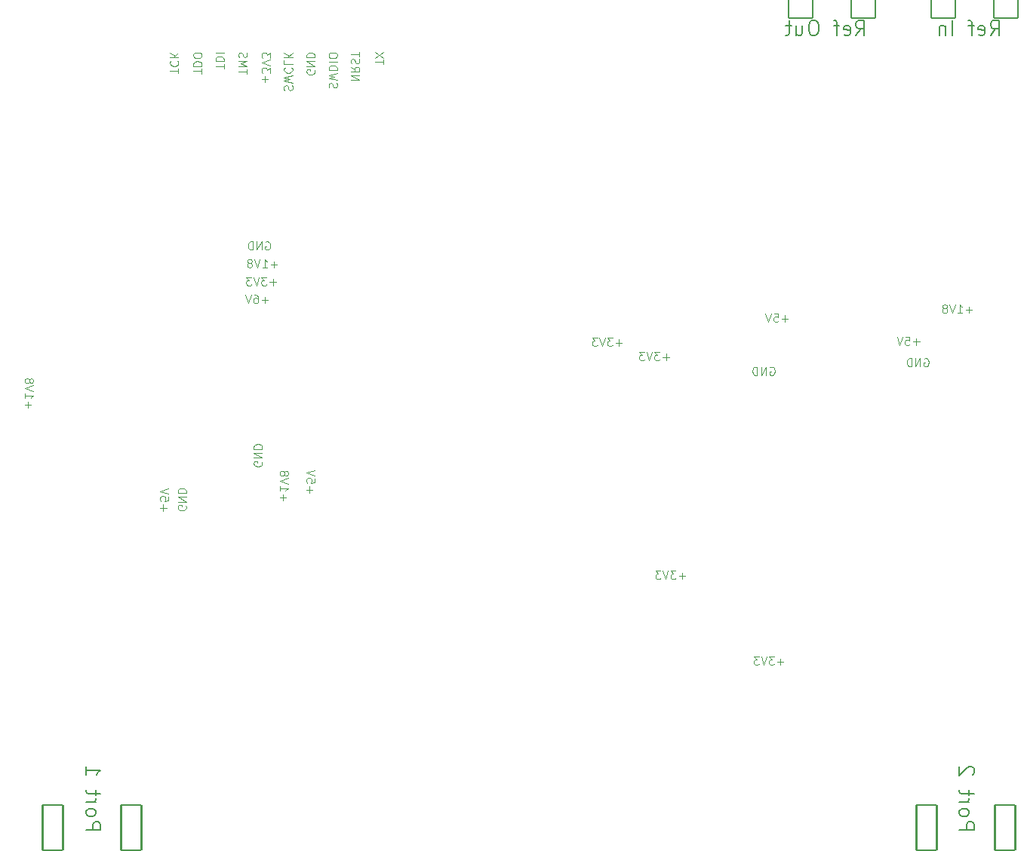
<source format=gbr>
%TF.GenerationSoftware,KiCad,Pcbnew,8.0.1*%
%TF.CreationDate,2024-03-24T21:42:04-04:00*%
%TF.ProjectId,VNA,564e412e-6b69-4636-9164-5f7063625858,rev?*%
%TF.SameCoordinates,PX535a28cPY8422900*%
%TF.FileFunction,Legend,Bot*%
%TF.FilePolarity,Positive*%
%FSLAX46Y46*%
G04 Gerber Fmt 4.6, Leading zero omitted, Abs format (unit mm)*
G04 Created by KiCad (PCBNEW 8.0.1) date 2024-03-24 21:42:04*
%MOMM*%
%LPD*%
G01*
G04 APERTURE LIST*
G04 Aperture macros list*
%AMRoundRect*
0 Rectangle with rounded corners*
0 $1 Rounding radius*
0 $2 $3 $4 $5 $6 $7 $8 $9 X,Y pos of 4 corners*
0 Add a 4 corners polygon primitive as box body*
4,1,4,$2,$3,$4,$5,$6,$7,$8,$9,$2,$3,0*
0 Add four circle primitives for the rounded corners*
1,1,$1+$1,$2,$3*
1,1,$1+$1,$4,$5*
1,1,$1+$1,$6,$7*
1,1,$1+$1,$8,$9*
0 Add four rect primitives between the rounded corners*
20,1,$1+$1,$2,$3,$4,$5,0*
20,1,$1+$1,$4,$5,$6,$7,0*
20,1,$1+$1,$6,$7,$8,$9,0*
20,1,$1+$1,$8,$9,$2,$3,0*%
G04 Aperture macros list end*
%ADD10C,0.081280*%
%ADD11C,0.142240*%
%ADD12C,0.100000*%
%ADD13R,1.700000X1.700000*%
%ADD14O,1.700000X1.700000*%
%ADD15C,0.650000*%
%ADD16O,1.000000X2.100000*%
%ADD17O,1.000000X1.800000*%
%ADD18RoundRect,0.101600X1.143000X-2.540000X1.143000X2.540000X-1.143000X2.540000X-1.143000X-2.540000X0*%
%ADD19C,1.200000*%
%ADD20O,1.308000X2.616000*%
%ADD21RoundRect,0.101600X-1.333500X2.095500X-1.333500X-2.095500X1.333500X-2.095500X1.333500X2.095500X0*%
%ADD22RoundRect,0.635000X0.000010X0.000010X-0.000010X0.000010X-0.000010X-0.000010X0.000010X-0.000010X0*%
%ADD23RoundRect,0.635000X-0.000010X-0.000010X0.000010X-0.000010X0.000010X0.000010X-0.000010X0.000010X0*%
G04 APERTURE END LIST*
D10*
X32623974Y61974703D02*
X31911807Y61974703D01*
X32267890Y61618619D02*
X32267890Y62330787D01*
X31555723Y62553339D02*
X30977087Y62553339D01*
X30977087Y62553339D02*
X31288660Y62197255D01*
X31288660Y62197255D02*
X31155129Y62197255D01*
X31155129Y62197255D02*
X31066108Y62152745D01*
X31066108Y62152745D02*
X31021597Y62108234D01*
X31021597Y62108234D02*
X30977087Y62019213D01*
X30977087Y62019213D02*
X30977087Y61796661D01*
X30977087Y61796661D02*
X31021597Y61707640D01*
X31021597Y61707640D02*
X31066108Y61663129D01*
X31066108Y61663129D02*
X31155129Y61618619D01*
X31155129Y61618619D02*
X31422192Y61618619D01*
X31422192Y61618619D02*
X31511213Y61663129D01*
X31511213Y61663129D02*
X31555723Y61707640D01*
X30710024Y62553339D02*
X30398450Y61618619D01*
X30398450Y61618619D02*
X30086877Y62553339D01*
X29864324Y62553339D02*
X29285688Y62553339D01*
X29285688Y62553339D02*
X29597261Y62197255D01*
X29597261Y62197255D02*
X29463730Y62197255D01*
X29463730Y62197255D02*
X29374709Y62152745D01*
X29374709Y62152745D02*
X29330198Y62108234D01*
X29330198Y62108234D02*
X29285688Y62019213D01*
X29285688Y62019213D02*
X29285688Y61796661D01*
X29285688Y61796661D02*
X29330198Y61707640D01*
X29330198Y61707640D02*
X29374709Y61663129D01*
X29374709Y61663129D02*
X29463730Y61618619D01*
X29463730Y61618619D02*
X29730793Y61618619D01*
X29730793Y61618619D02*
X29819814Y61663129D01*
X29819814Y61663129D02*
X29864324Y61707640D01*
X22508828Y36865641D02*
X22553338Y36776620D01*
X22553338Y36776620D02*
X22553338Y36643089D01*
X22553338Y36643089D02*
X22508828Y36509557D01*
X22508828Y36509557D02*
X22419807Y36420536D01*
X22419807Y36420536D02*
X22330786Y36376026D01*
X22330786Y36376026D02*
X22152744Y36331515D01*
X22152744Y36331515D02*
X22019212Y36331515D01*
X22019212Y36331515D02*
X21841170Y36376026D01*
X21841170Y36376026D02*
X21752149Y36420536D01*
X21752149Y36420536D02*
X21663129Y36509557D01*
X21663129Y36509557D02*
X21618618Y36643089D01*
X21618618Y36643089D02*
X21618618Y36732110D01*
X21618618Y36732110D02*
X21663129Y36865641D01*
X21663129Y36865641D02*
X21707639Y36910152D01*
X21707639Y36910152D02*
X22019212Y36910152D01*
X22019212Y36910152D02*
X22019212Y36732110D01*
X21618618Y37310746D02*
X22553338Y37310746D01*
X22553338Y37310746D02*
X21618618Y37844872D01*
X21618618Y37844872D02*
X22553338Y37844872D01*
X21618618Y38289976D02*
X22553338Y38289976D01*
X22553338Y38289976D02*
X22553338Y38512528D01*
X22553338Y38512528D02*
X22508828Y38646060D01*
X22508828Y38646060D02*
X22419807Y38735081D01*
X22419807Y38735081D02*
X22330786Y38779591D01*
X22330786Y38779591D02*
X22152744Y38824102D01*
X22152744Y38824102D02*
X22019212Y38824102D01*
X22019212Y38824102D02*
X21841170Y38779591D01*
X21841170Y38779591D02*
X21752149Y38735081D01*
X21752149Y38735081D02*
X21663129Y38646060D01*
X21663129Y38646060D02*
X21618618Y38512528D01*
X21618618Y38512528D02*
X21618618Y38289976D01*
X104823974Y55274703D02*
X104111807Y55274703D01*
X104467890Y54918619D02*
X104467890Y55630787D01*
X103221597Y55853339D02*
X103666702Y55853339D01*
X103666702Y55853339D02*
X103711213Y55408234D01*
X103711213Y55408234D02*
X103666702Y55452745D01*
X103666702Y55452745D02*
X103577681Y55497255D01*
X103577681Y55497255D02*
X103355129Y55497255D01*
X103355129Y55497255D02*
X103266108Y55452745D01*
X103266108Y55452745D02*
X103221597Y55408234D01*
X103221597Y55408234D02*
X103177087Y55319213D01*
X103177087Y55319213D02*
X103177087Y55096661D01*
X103177087Y55096661D02*
X103221597Y55007640D01*
X103221597Y55007640D02*
X103266108Y54963129D01*
X103266108Y54963129D02*
X103355129Y54918619D01*
X103355129Y54918619D02*
X103577681Y54918619D01*
X103577681Y54918619D02*
X103666702Y54963129D01*
X103666702Y54963129D02*
X103711213Y55007640D01*
X102910024Y55853339D02*
X102598450Y54918619D01*
X102598450Y54918619D02*
X102286877Y55853339D01*
X36915206Y85810025D02*
X36959716Y85721004D01*
X36959716Y85721004D02*
X36959716Y85587473D01*
X36959716Y85587473D02*
X36915206Y85453941D01*
X36915206Y85453941D02*
X36826185Y85364920D01*
X36826185Y85364920D02*
X36737164Y85320410D01*
X36737164Y85320410D02*
X36559122Y85275899D01*
X36559122Y85275899D02*
X36425590Y85275899D01*
X36425590Y85275899D02*
X36247548Y85320410D01*
X36247548Y85320410D02*
X36158527Y85364920D01*
X36158527Y85364920D02*
X36069507Y85453941D01*
X36069507Y85453941D02*
X36024996Y85587473D01*
X36024996Y85587473D02*
X36024996Y85676494D01*
X36024996Y85676494D02*
X36069507Y85810025D01*
X36069507Y85810025D02*
X36114017Y85854536D01*
X36114017Y85854536D02*
X36425590Y85854536D01*
X36425590Y85854536D02*
X36425590Y85676494D01*
X36024996Y86255130D02*
X36959716Y86255130D01*
X36959716Y86255130D02*
X36024996Y86789256D01*
X36024996Y86789256D02*
X36959716Y86789256D01*
X36024996Y87234360D02*
X36959716Y87234360D01*
X36959716Y87234360D02*
X36959716Y87456912D01*
X36959716Y87456912D02*
X36915206Y87590444D01*
X36915206Y87590444D02*
X36826185Y87679465D01*
X36826185Y87679465D02*
X36737164Y87723975D01*
X36737164Y87723975D02*
X36559122Y87768486D01*
X36559122Y87768486D02*
X36425590Y87768486D01*
X36425590Y87768486D02*
X36247548Y87723975D01*
X36247548Y87723975D02*
X36158527Y87679465D01*
X36158527Y87679465D02*
X36069507Y87590444D01*
X36069507Y87590444D02*
X36024996Y87456912D01*
X36024996Y87456912D02*
X36024996Y87234360D01*
X29359716Y85364919D02*
X29359716Y85899045D01*
X28424996Y85631982D02*
X29359716Y85631982D01*
X28424996Y86210619D02*
X29359716Y86210619D01*
X29359716Y86210619D02*
X28692059Y86522192D01*
X28692059Y86522192D02*
X29359716Y86833766D01*
X29359716Y86833766D02*
X28424996Y86833766D01*
X28469507Y87234359D02*
X28424996Y87367891D01*
X28424996Y87367891D02*
X28424996Y87590443D01*
X28424996Y87590443D02*
X28469507Y87679464D01*
X28469507Y87679464D02*
X28514017Y87723975D01*
X28514017Y87723975D02*
X28603038Y87768485D01*
X28603038Y87768485D02*
X28692059Y87768485D01*
X28692059Y87768485D02*
X28781080Y87723975D01*
X28781080Y87723975D02*
X28825590Y87679464D01*
X28825590Y87679464D02*
X28870101Y87590443D01*
X28870101Y87590443D02*
X28914611Y87412401D01*
X28914611Y87412401D02*
X28959122Y87323380D01*
X28959122Y87323380D02*
X29003632Y87278870D01*
X29003632Y87278870D02*
X29092653Y87234359D01*
X29092653Y87234359D02*
X29181674Y87234359D01*
X29181674Y87234359D02*
X29270695Y87278870D01*
X29270695Y87278870D02*
X29315206Y87323380D01*
X29315206Y87323380D02*
X29359716Y87412401D01*
X29359716Y87412401D02*
X29359716Y87634954D01*
X29359716Y87634954D02*
X29315206Y87768485D01*
X33381080Y37430199D02*
X33381080Y38142366D01*
X33024996Y37786283D02*
X33737164Y37786283D01*
X33024996Y39077086D02*
X33024996Y38542960D01*
X33024996Y38810023D02*
X33959716Y38810023D01*
X33959716Y38810023D02*
X33826185Y38721002D01*
X33826185Y38721002D02*
X33737164Y38631981D01*
X33737164Y38631981D02*
X33692653Y38542960D01*
X33959716Y39344149D02*
X33024996Y39655723D01*
X33024996Y39655723D02*
X33959716Y39967296D01*
X33559122Y40412401D02*
X33603632Y40323380D01*
X33603632Y40323380D02*
X33648143Y40278870D01*
X33648143Y40278870D02*
X33737164Y40234359D01*
X33737164Y40234359D02*
X33781674Y40234359D01*
X33781674Y40234359D02*
X33870695Y40278870D01*
X33870695Y40278870D02*
X33915206Y40323380D01*
X33915206Y40323380D02*
X33959716Y40412401D01*
X33959716Y40412401D02*
X33959716Y40590443D01*
X33959716Y40590443D02*
X33915206Y40679464D01*
X33915206Y40679464D02*
X33870695Y40723975D01*
X33870695Y40723975D02*
X33781674Y40768485D01*
X33781674Y40768485D02*
X33737164Y40768485D01*
X33737164Y40768485D02*
X33648143Y40723975D01*
X33648143Y40723975D02*
X33603632Y40679464D01*
X33603632Y40679464D02*
X33559122Y40590443D01*
X33559122Y40590443D02*
X33559122Y40412401D01*
X33559122Y40412401D02*
X33514611Y40323380D01*
X33514611Y40323380D02*
X33470101Y40278870D01*
X33470101Y40278870D02*
X33381080Y40234359D01*
X33381080Y40234359D02*
X33203038Y40234359D01*
X33203038Y40234359D02*
X33114017Y40278870D01*
X33114017Y40278870D02*
X33069507Y40323380D01*
X33069507Y40323380D02*
X33024996Y40412401D01*
X33024996Y40412401D02*
X33024996Y40590443D01*
X33024996Y40590443D02*
X33069507Y40679464D01*
X33069507Y40679464D02*
X33114017Y40723975D01*
X33114017Y40723975D02*
X33203038Y40768485D01*
X33203038Y40768485D02*
X33381080Y40768485D01*
X33381080Y40768485D02*
X33470101Y40723975D01*
X33470101Y40723975D02*
X33514611Y40679464D01*
X33514611Y40679464D02*
X33559122Y40590443D01*
X32723974Y63974703D02*
X32011807Y63974703D01*
X32367890Y63618619D02*
X32367890Y64330787D01*
X31077087Y63618619D02*
X31611213Y63618619D01*
X31344150Y63618619D02*
X31344150Y64553339D01*
X31344150Y64553339D02*
X31433171Y64419808D01*
X31433171Y64419808D02*
X31522192Y64330787D01*
X31522192Y64330787D02*
X31611213Y64286276D01*
X30810024Y64553339D02*
X30498450Y63618619D01*
X30498450Y63618619D02*
X30186877Y64553339D01*
X29741772Y64152745D02*
X29830793Y64197255D01*
X29830793Y64197255D02*
X29875303Y64241766D01*
X29875303Y64241766D02*
X29919814Y64330787D01*
X29919814Y64330787D02*
X29919814Y64375297D01*
X29919814Y64375297D02*
X29875303Y64464318D01*
X29875303Y64464318D02*
X29830793Y64508829D01*
X29830793Y64508829D02*
X29741772Y64553339D01*
X29741772Y64553339D02*
X29563730Y64553339D01*
X29563730Y64553339D02*
X29474709Y64508829D01*
X29474709Y64508829D02*
X29430198Y64464318D01*
X29430198Y64464318D02*
X29385688Y64375297D01*
X29385688Y64375297D02*
X29385688Y64330787D01*
X29385688Y64330787D02*
X29430198Y64241766D01*
X29430198Y64241766D02*
X29474709Y64197255D01*
X29474709Y64197255D02*
X29563730Y64152745D01*
X29563730Y64152745D02*
X29741772Y64152745D01*
X29741772Y64152745D02*
X29830793Y64108234D01*
X29830793Y64108234D02*
X29875303Y64063724D01*
X29875303Y64063724D02*
X29919814Y63974703D01*
X29919814Y63974703D02*
X29919814Y63796661D01*
X29919814Y63796661D02*
X29875303Y63707640D01*
X29875303Y63707640D02*
X29830793Y63663129D01*
X29830793Y63663129D02*
X29741772Y63618619D01*
X29741772Y63618619D02*
X29563730Y63618619D01*
X29563730Y63618619D02*
X29474709Y63663129D01*
X29474709Y63663129D02*
X29430198Y63707640D01*
X29430198Y63707640D02*
X29385688Y63796661D01*
X29385688Y63796661D02*
X29385688Y63974703D01*
X29385688Y63974703D02*
X29430198Y64063724D01*
X29430198Y64063724D02*
X29474709Y64108234D01*
X29474709Y64108234D02*
X29563730Y64152745D01*
X31015206Y41810025D02*
X31059716Y41721004D01*
X31059716Y41721004D02*
X31059716Y41587473D01*
X31059716Y41587473D02*
X31015206Y41453941D01*
X31015206Y41453941D02*
X30926185Y41364920D01*
X30926185Y41364920D02*
X30837164Y41320410D01*
X30837164Y41320410D02*
X30659122Y41275899D01*
X30659122Y41275899D02*
X30525590Y41275899D01*
X30525590Y41275899D02*
X30347548Y41320410D01*
X30347548Y41320410D02*
X30258527Y41364920D01*
X30258527Y41364920D02*
X30169507Y41453941D01*
X30169507Y41453941D02*
X30124996Y41587473D01*
X30124996Y41587473D02*
X30124996Y41676494D01*
X30124996Y41676494D02*
X30169507Y41810025D01*
X30169507Y41810025D02*
X30214017Y41854536D01*
X30214017Y41854536D02*
X30525590Y41854536D01*
X30525590Y41854536D02*
X30525590Y41676494D01*
X30124996Y42255130D02*
X31059716Y42255130D01*
X31059716Y42255130D02*
X30124996Y42789256D01*
X30124996Y42789256D02*
X31059716Y42789256D01*
X30124996Y43234360D02*
X31059716Y43234360D01*
X31059716Y43234360D02*
X31059716Y43456912D01*
X31059716Y43456912D02*
X31015206Y43590444D01*
X31015206Y43590444D02*
X30926185Y43679465D01*
X30926185Y43679465D02*
X30837164Y43723975D01*
X30837164Y43723975D02*
X30659122Y43768486D01*
X30659122Y43768486D02*
X30525590Y43768486D01*
X30525590Y43768486D02*
X30347548Y43723975D01*
X30347548Y43723975D02*
X30258527Y43679465D01*
X30258527Y43679465D02*
X30169507Y43590444D01*
X30169507Y43590444D02*
X30124996Y43456912D01*
X30124996Y43456912D02*
X30124996Y43234360D01*
X78523974Y28974703D02*
X77811807Y28974703D01*
X78167890Y28618619D02*
X78167890Y29330787D01*
X77455723Y29553339D02*
X76877087Y29553339D01*
X76877087Y29553339D02*
X77188660Y29197255D01*
X77188660Y29197255D02*
X77055129Y29197255D01*
X77055129Y29197255D02*
X76966108Y29152745D01*
X76966108Y29152745D02*
X76921597Y29108234D01*
X76921597Y29108234D02*
X76877087Y29019213D01*
X76877087Y29019213D02*
X76877087Y28796661D01*
X76877087Y28796661D02*
X76921597Y28707640D01*
X76921597Y28707640D02*
X76966108Y28663129D01*
X76966108Y28663129D02*
X77055129Y28618619D01*
X77055129Y28618619D02*
X77322192Y28618619D01*
X77322192Y28618619D02*
X77411213Y28663129D01*
X77411213Y28663129D02*
X77455723Y28707640D01*
X76610024Y29553339D02*
X76298450Y28618619D01*
X76298450Y28618619D02*
X75986877Y29553339D01*
X75764324Y29553339D02*
X75185688Y29553339D01*
X75185688Y29553339D02*
X75497261Y29197255D01*
X75497261Y29197255D02*
X75363730Y29197255D01*
X75363730Y29197255D02*
X75274709Y29152745D01*
X75274709Y29152745D02*
X75230198Y29108234D01*
X75230198Y29108234D02*
X75185688Y29019213D01*
X75185688Y29019213D02*
X75185688Y28796661D01*
X75185688Y28796661D02*
X75230198Y28707640D01*
X75230198Y28707640D02*
X75274709Y28663129D01*
X75274709Y28663129D02*
X75363730Y28618619D01*
X75363730Y28618619D02*
X75630793Y28618619D01*
X75630793Y28618619D02*
X75719814Y28663129D01*
X75719814Y28663129D02*
X75764324Y28707640D01*
D11*
X112782235Y89707583D02*
X113327488Y90486516D01*
X113716955Y89707583D02*
X113716955Y91343343D01*
X113716955Y91343343D02*
X113093808Y91343343D01*
X113093808Y91343343D02*
X112938022Y91265450D01*
X112938022Y91265450D02*
X112860128Y91187556D01*
X112860128Y91187556D02*
X112782235Y91031770D01*
X112782235Y91031770D02*
X112782235Y90798090D01*
X112782235Y90798090D02*
X112860128Y90642303D01*
X112860128Y90642303D02*
X112938022Y90564410D01*
X112938022Y90564410D02*
X113093808Y90486516D01*
X113093808Y90486516D02*
X113716955Y90486516D01*
X111458048Y89785476D02*
X111613835Y89707583D01*
X111613835Y89707583D02*
X111925408Y89707583D01*
X111925408Y89707583D02*
X112081195Y89785476D01*
X112081195Y89785476D02*
X112159088Y89941263D01*
X112159088Y89941263D02*
X112159088Y90564410D01*
X112159088Y90564410D02*
X112081195Y90720196D01*
X112081195Y90720196D02*
X111925408Y90798090D01*
X111925408Y90798090D02*
X111613835Y90798090D01*
X111613835Y90798090D02*
X111458048Y90720196D01*
X111458048Y90720196D02*
X111380155Y90564410D01*
X111380155Y90564410D02*
X111380155Y90408623D01*
X111380155Y90408623D02*
X112159088Y90252836D01*
X110912795Y90798090D02*
X110289648Y90798090D01*
X110679115Y89707583D02*
X110679115Y91109663D01*
X110679115Y91109663D02*
X110601222Y91265450D01*
X110601222Y91265450D02*
X110445435Y91343343D01*
X110445435Y91343343D02*
X110289648Y91343343D01*
X108498102Y89707583D02*
X108498102Y91343343D01*
X107719169Y90798090D02*
X107719169Y89707583D01*
X107719169Y90642303D02*
X107641276Y90720196D01*
X107641276Y90720196D02*
X107485489Y90798090D01*
X107485489Y90798090D02*
X107251809Y90798090D01*
X107251809Y90798090D02*
X107096022Y90720196D01*
X107096022Y90720196D02*
X107018129Y90564410D01*
X107018129Y90564410D02*
X107018129Y89707583D01*
D10*
X33569507Y83539990D02*
X33524996Y83673522D01*
X33524996Y83673522D02*
X33524996Y83896074D01*
X33524996Y83896074D02*
X33569507Y83985095D01*
X33569507Y83985095D02*
X33614017Y84029606D01*
X33614017Y84029606D02*
X33703038Y84074116D01*
X33703038Y84074116D02*
X33792059Y84074116D01*
X33792059Y84074116D02*
X33881080Y84029606D01*
X33881080Y84029606D02*
X33925590Y83985095D01*
X33925590Y83985095D02*
X33970101Y83896074D01*
X33970101Y83896074D02*
X34014611Y83718032D01*
X34014611Y83718032D02*
X34059122Y83629011D01*
X34059122Y83629011D02*
X34103632Y83584501D01*
X34103632Y83584501D02*
X34192653Y83539990D01*
X34192653Y83539990D02*
X34281674Y83539990D01*
X34281674Y83539990D02*
X34370695Y83584501D01*
X34370695Y83584501D02*
X34415206Y83629011D01*
X34415206Y83629011D02*
X34459716Y83718032D01*
X34459716Y83718032D02*
X34459716Y83940585D01*
X34459716Y83940585D02*
X34415206Y84074116D01*
X34459716Y84385690D02*
X33524996Y84608242D01*
X33524996Y84608242D02*
X34192653Y84786284D01*
X34192653Y84786284D02*
X33524996Y84964326D01*
X33524996Y84964326D02*
X34459716Y85186878D01*
X33614017Y86077088D02*
X33569507Y86032577D01*
X33569507Y86032577D02*
X33524996Y85899046D01*
X33524996Y85899046D02*
X33524996Y85810025D01*
X33524996Y85810025D02*
X33569507Y85676493D01*
X33569507Y85676493D02*
X33658527Y85587472D01*
X33658527Y85587472D02*
X33747548Y85542962D01*
X33747548Y85542962D02*
X33925590Y85498451D01*
X33925590Y85498451D02*
X34059122Y85498451D01*
X34059122Y85498451D02*
X34237164Y85542962D01*
X34237164Y85542962D02*
X34326185Y85587472D01*
X34326185Y85587472D02*
X34415206Y85676493D01*
X34415206Y85676493D02*
X34459716Y85810025D01*
X34459716Y85810025D02*
X34459716Y85899046D01*
X34459716Y85899046D02*
X34415206Y86032577D01*
X34415206Y86032577D02*
X34370695Y86077088D01*
X33524996Y86922787D02*
X33524996Y86477682D01*
X33524996Y86477682D02*
X34459716Y86477682D01*
X33524996Y87234360D02*
X34459716Y87234360D01*
X33524996Y87768486D02*
X34059122Y87367891D01*
X34459716Y87768486D02*
X33925590Y87234360D01*
X31434359Y66508829D02*
X31523380Y66553339D01*
X31523380Y66553339D02*
X31656911Y66553339D01*
X31656911Y66553339D02*
X31790443Y66508829D01*
X31790443Y66508829D02*
X31879464Y66419808D01*
X31879464Y66419808D02*
X31923974Y66330787D01*
X31923974Y66330787D02*
X31968485Y66152745D01*
X31968485Y66152745D02*
X31968485Y66019213D01*
X31968485Y66019213D02*
X31923974Y65841171D01*
X31923974Y65841171D02*
X31879464Y65752150D01*
X31879464Y65752150D02*
X31790443Y65663129D01*
X31790443Y65663129D02*
X31656911Y65618619D01*
X31656911Y65618619D02*
X31567890Y65618619D01*
X31567890Y65618619D02*
X31434359Y65663129D01*
X31434359Y65663129D02*
X31389848Y65707640D01*
X31389848Y65707640D02*
X31389848Y66019213D01*
X31389848Y66019213D02*
X31567890Y66019213D01*
X30989254Y65618619D02*
X30989254Y66553339D01*
X30989254Y66553339D02*
X30455128Y65618619D01*
X30455128Y65618619D02*
X30455128Y66553339D01*
X30010024Y65618619D02*
X30010024Y66553339D01*
X30010024Y66553339D02*
X29787472Y66553339D01*
X29787472Y66553339D02*
X29653940Y66508829D01*
X29653940Y66508829D02*
X29564919Y66419808D01*
X29564919Y66419808D02*
X29520409Y66330787D01*
X29520409Y66330787D02*
X29475898Y66152745D01*
X29475898Y66152745D02*
X29475898Y66019213D01*
X29475898Y66019213D02*
X29520409Y65841171D01*
X29520409Y65841171D02*
X29564919Y65752150D01*
X29564919Y65752150D02*
X29653940Y65663129D01*
X29653940Y65663129D02*
X29787472Y65618619D01*
X29787472Y65618619D02*
X30010024Y65618619D01*
X38569507Y83807053D02*
X38524996Y83940585D01*
X38524996Y83940585D02*
X38524996Y84163137D01*
X38524996Y84163137D02*
X38569507Y84252158D01*
X38569507Y84252158D02*
X38614017Y84296669D01*
X38614017Y84296669D02*
X38703038Y84341179D01*
X38703038Y84341179D02*
X38792059Y84341179D01*
X38792059Y84341179D02*
X38881080Y84296669D01*
X38881080Y84296669D02*
X38925590Y84252158D01*
X38925590Y84252158D02*
X38970101Y84163137D01*
X38970101Y84163137D02*
X39014611Y83985095D01*
X39014611Y83985095D02*
X39059122Y83896074D01*
X39059122Y83896074D02*
X39103632Y83851564D01*
X39103632Y83851564D02*
X39192653Y83807053D01*
X39192653Y83807053D02*
X39281674Y83807053D01*
X39281674Y83807053D02*
X39370695Y83851564D01*
X39370695Y83851564D02*
X39415206Y83896074D01*
X39415206Y83896074D02*
X39459716Y83985095D01*
X39459716Y83985095D02*
X39459716Y84207648D01*
X39459716Y84207648D02*
X39415206Y84341179D01*
X39459716Y84652753D02*
X38524996Y84875305D01*
X38524996Y84875305D02*
X39192653Y85053347D01*
X39192653Y85053347D02*
X38524996Y85231389D01*
X38524996Y85231389D02*
X39459716Y85453941D01*
X38524996Y85810025D02*
X39459716Y85810025D01*
X39459716Y85810025D02*
X39459716Y86032577D01*
X39459716Y86032577D02*
X39415206Y86166109D01*
X39415206Y86166109D02*
X39326185Y86255130D01*
X39326185Y86255130D02*
X39237164Y86299640D01*
X39237164Y86299640D02*
X39059122Y86344151D01*
X39059122Y86344151D02*
X38925590Y86344151D01*
X38925590Y86344151D02*
X38747548Y86299640D01*
X38747548Y86299640D02*
X38658527Y86255130D01*
X38658527Y86255130D02*
X38569507Y86166109D01*
X38569507Y86166109D02*
X38524996Y86032577D01*
X38524996Y86032577D02*
X38524996Y85810025D01*
X38524996Y86744745D02*
X39459716Y86744745D01*
X39459716Y87367892D02*
X39459716Y87545934D01*
X39459716Y87545934D02*
X39415206Y87634955D01*
X39415206Y87634955D02*
X39326185Y87723976D01*
X39326185Y87723976D02*
X39148143Y87768486D01*
X39148143Y87768486D02*
X38836569Y87768486D01*
X38836569Y87768486D02*
X38658527Y87723976D01*
X38658527Y87723976D02*
X38569507Y87634955D01*
X38569507Y87634955D02*
X38524996Y87545934D01*
X38524996Y87545934D02*
X38524996Y87367892D01*
X38524996Y87367892D02*
X38569507Y87278871D01*
X38569507Y87278871D02*
X38658527Y87189850D01*
X38658527Y87189850D02*
X38836569Y87145339D01*
X38836569Y87145339D02*
X39148143Y87145339D01*
X39148143Y87145339D02*
X39326185Y87189850D01*
X39326185Y87189850D02*
X39415206Y87278871D01*
X39415206Y87278871D02*
X39459716Y87367892D01*
X44659716Y86433170D02*
X44659716Y86967296D01*
X43724996Y86700233D02*
X44659716Y86700233D01*
X44659716Y87189849D02*
X43724996Y87812996D01*
X44659716Y87812996D02*
X43724996Y87189849D01*
D11*
X97682235Y89707583D02*
X98227488Y90486516D01*
X98616955Y89707583D02*
X98616955Y91343343D01*
X98616955Y91343343D02*
X97993808Y91343343D01*
X97993808Y91343343D02*
X97838022Y91265450D01*
X97838022Y91265450D02*
X97760128Y91187556D01*
X97760128Y91187556D02*
X97682235Y91031770D01*
X97682235Y91031770D02*
X97682235Y90798090D01*
X97682235Y90798090D02*
X97760128Y90642303D01*
X97760128Y90642303D02*
X97838022Y90564410D01*
X97838022Y90564410D02*
X97993808Y90486516D01*
X97993808Y90486516D02*
X98616955Y90486516D01*
X96358048Y89785476D02*
X96513835Y89707583D01*
X96513835Y89707583D02*
X96825408Y89707583D01*
X96825408Y89707583D02*
X96981195Y89785476D01*
X96981195Y89785476D02*
X97059088Y89941263D01*
X97059088Y89941263D02*
X97059088Y90564410D01*
X97059088Y90564410D02*
X96981195Y90720196D01*
X96981195Y90720196D02*
X96825408Y90798090D01*
X96825408Y90798090D02*
X96513835Y90798090D01*
X96513835Y90798090D02*
X96358048Y90720196D01*
X96358048Y90720196D02*
X96280155Y90564410D01*
X96280155Y90564410D02*
X96280155Y90408623D01*
X96280155Y90408623D02*
X97059088Y90252836D01*
X95812795Y90798090D02*
X95189648Y90798090D01*
X95579115Y89707583D02*
X95579115Y91109663D01*
X95579115Y91109663D02*
X95501222Y91265450D01*
X95501222Y91265450D02*
X95345435Y91343343D01*
X95345435Y91343343D02*
X95189648Y91343343D01*
X93086529Y91343343D02*
X92774955Y91343343D01*
X92774955Y91343343D02*
X92619169Y91265450D01*
X92619169Y91265450D02*
X92463382Y91109663D01*
X92463382Y91109663D02*
X92385489Y90798090D01*
X92385489Y90798090D02*
X92385489Y90252836D01*
X92385489Y90252836D02*
X92463382Y89941263D01*
X92463382Y89941263D02*
X92619169Y89785476D01*
X92619169Y89785476D02*
X92774955Y89707583D01*
X92774955Y89707583D02*
X93086529Y89707583D01*
X93086529Y89707583D02*
X93242315Y89785476D01*
X93242315Y89785476D02*
X93398102Y89941263D01*
X93398102Y89941263D02*
X93475995Y90252836D01*
X93475995Y90252836D02*
X93475995Y90798090D01*
X93475995Y90798090D02*
X93398102Y91109663D01*
X93398102Y91109663D02*
X93242315Y91265450D01*
X93242315Y91265450D02*
X93086529Y91343343D01*
X90983409Y90798090D02*
X90983409Y89707583D01*
X91684449Y90798090D02*
X91684449Y89941263D01*
X91684449Y89941263D02*
X91606556Y89785476D01*
X91606556Y89785476D02*
X91450769Y89707583D01*
X91450769Y89707583D02*
X91217089Y89707583D01*
X91217089Y89707583D02*
X91061302Y89785476D01*
X91061302Y89785476D02*
X90983409Y89863370D01*
X90438156Y90798090D02*
X89815009Y90798090D01*
X90204476Y91343343D02*
X90204476Y89941263D01*
X90204476Y89941263D02*
X90126583Y89785476D01*
X90126583Y89785476D02*
X89970796Y89707583D01*
X89970796Y89707583D02*
X89815009Y89707583D01*
D10*
X41024996Y84652752D02*
X41959716Y84652752D01*
X41959716Y84652752D02*
X41024996Y85186878D01*
X41024996Y85186878D02*
X41959716Y85186878D01*
X41024996Y86166108D02*
X41470101Y85854534D01*
X41024996Y85631982D02*
X41959716Y85631982D01*
X41959716Y85631982D02*
X41959716Y85988066D01*
X41959716Y85988066D02*
X41915206Y86077087D01*
X41915206Y86077087D02*
X41870695Y86121597D01*
X41870695Y86121597D02*
X41781674Y86166108D01*
X41781674Y86166108D02*
X41648143Y86166108D01*
X41648143Y86166108D02*
X41559122Y86121597D01*
X41559122Y86121597D02*
X41514611Y86077087D01*
X41514611Y86077087D02*
X41470101Y85988066D01*
X41470101Y85988066D02*
X41470101Y85631982D01*
X41069507Y86522191D02*
X41024996Y86655723D01*
X41024996Y86655723D02*
X41024996Y86878275D01*
X41024996Y86878275D02*
X41069507Y86967296D01*
X41069507Y86967296D02*
X41114017Y87011807D01*
X41114017Y87011807D02*
X41203038Y87056317D01*
X41203038Y87056317D02*
X41292059Y87056317D01*
X41292059Y87056317D02*
X41381080Y87011807D01*
X41381080Y87011807D02*
X41425590Y86967296D01*
X41425590Y86967296D02*
X41470101Y86878275D01*
X41470101Y86878275D02*
X41514611Y86700233D01*
X41514611Y86700233D02*
X41559122Y86611212D01*
X41559122Y86611212D02*
X41603632Y86566702D01*
X41603632Y86566702D02*
X41692653Y86522191D01*
X41692653Y86522191D02*
X41781674Y86522191D01*
X41781674Y86522191D02*
X41870695Y86566702D01*
X41870695Y86566702D02*
X41915206Y86611212D01*
X41915206Y86611212D02*
X41959716Y86700233D01*
X41959716Y86700233D02*
X41959716Y86922786D01*
X41959716Y86922786D02*
X41915206Y87056317D01*
X41959716Y87323380D02*
X41959716Y87857506D01*
X41024996Y87590443D02*
X41959716Y87590443D01*
X21659716Y85453940D02*
X21659716Y85988066D01*
X20724996Y85721003D02*
X21659716Y85721003D01*
X20814017Y86833766D02*
X20769507Y86789255D01*
X20769507Y86789255D02*
X20724996Y86655724D01*
X20724996Y86655724D02*
X20724996Y86566703D01*
X20724996Y86566703D02*
X20769507Y86433171D01*
X20769507Y86433171D02*
X20858527Y86344150D01*
X20858527Y86344150D02*
X20947548Y86299640D01*
X20947548Y86299640D02*
X21125590Y86255129D01*
X21125590Y86255129D02*
X21259122Y86255129D01*
X21259122Y86255129D02*
X21437164Y86299640D01*
X21437164Y86299640D02*
X21526185Y86344150D01*
X21526185Y86344150D02*
X21615206Y86433171D01*
X21615206Y86433171D02*
X21659716Y86566703D01*
X21659716Y86566703D02*
X21659716Y86655724D01*
X21659716Y86655724D02*
X21615206Y86789255D01*
X21615206Y86789255D02*
X21570695Y86833766D01*
X20724996Y87234360D02*
X21659716Y87234360D01*
X20724996Y87768486D02*
X21259122Y87367891D01*
X21659716Y87768486D02*
X21125590Y87234360D01*
X110723974Y58874703D02*
X110011807Y58874703D01*
X110367890Y58518619D02*
X110367890Y59230787D01*
X109077087Y58518619D02*
X109611213Y58518619D01*
X109344150Y58518619D02*
X109344150Y59453339D01*
X109344150Y59453339D02*
X109433171Y59319808D01*
X109433171Y59319808D02*
X109522192Y59230787D01*
X109522192Y59230787D02*
X109611213Y59186276D01*
X108810024Y59453339D02*
X108498450Y58518619D01*
X108498450Y58518619D02*
X108186877Y59453339D01*
X107741772Y59052745D02*
X107830793Y59097255D01*
X107830793Y59097255D02*
X107875303Y59141766D01*
X107875303Y59141766D02*
X107919814Y59230787D01*
X107919814Y59230787D02*
X107919814Y59275297D01*
X107919814Y59275297D02*
X107875303Y59364318D01*
X107875303Y59364318D02*
X107830793Y59408829D01*
X107830793Y59408829D02*
X107741772Y59453339D01*
X107741772Y59453339D02*
X107563730Y59453339D01*
X107563730Y59453339D02*
X107474709Y59408829D01*
X107474709Y59408829D02*
X107430198Y59364318D01*
X107430198Y59364318D02*
X107385688Y59275297D01*
X107385688Y59275297D02*
X107385688Y59230787D01*
X107385688Y59230787D02*
X107430198Y59141766D01*
X107430198Y59141766D02*
X107474709Y59097255D01*
X107474709Y59097255D02*
X107563730Y59052745D01*
X107563730Y59052745D02*
X107741772Y59052745D01*
X107741772Y59052745D02*
X107830793Y59008234D01*
X107830793Y59008234D02*
X107875303Y58963724D01*
X107875303Y58963724D02*
X107919814Y58874703D01*
X107919814Y58874703D02*
X107919814Y58696661D01*
X107919814Y58696661D02*
X107875303Y58607640D01*
X107875303Y58607640D02*
X107830793Y58563129D01*
X107830793Y58563129D02*
X107741772Y58518619D01*
X107741772Y58518619D02*
X107563730Y58518619D01*
X107563730Y58518619D02*
X107474709Y58563129D01*
X107474709Y58563129D02*
X107430198Y58607640D01*
X107430198Y58607640D02*
X107385688Y58696661D01*
X107385688Y58696661D02*
X107385688Y58874703D01*
X107385688Y58874703D02*
X107430198Y58963724D01*
X107430198Y58963724D02*
X107474709Y59008234D01*
X107474709Y59008234D02*
X107563730Y59052745D01*
D11*
X11293743Y428663D02*
X12929503Y428663D01*
X12929503Y428663D02*
X12929503Y1051810D01*
X12929503Y1051810D02*
X12851610Y1207596D01*
X12851610Y1207596D02*
X12773717Y1285490D01*
X12773717Y1285490D02*
X12617930Y1363383D01*
X12617930Y1363383D02*
X12384250Y1363383D01*
X12384250Y1363383D02*
X12228463Y1285490D01*
X12228463Y1285490D02*
X12150570Y1207596D01*
X12150570Y1207596D02*
X12072677Y1051810D01*
X12072677Y1051810D02*
X12072677Y428663D01*
X11293743Y2298103D02*
X11371637Y2142316D01*
X11371637Y2142316D02*
X11449530Y2064423D01*
X11449530Y2064423D02*
X11605317Y1986530D01*
X11605317Y1986530D02*
X12072677Y1986530D01*
X12072677Y1986530D02*
X12228463Y2064423D01*
X12228463Y2064423D02*
X12306357Y2142316D01*
X12306357Y2142316D02*
X12384250Y2298103D01*
X12384250Y2298103D02*
X12384250Y2531783D01*
X12384250Y2531783D02*
X12306357Y2687570D01*
X12306357Y2687570D02*
X12228463Y2765463D01*
X12228463Y2765463D02*
X12072677Y2843356D01*
X12072677Y2843356D02*
X11605317Y2843356D01*
X11605317Y2843356D02*
X11449530Y2765463D01*
X11449530Y2765463D02*
X11371637Y2687570D01*
X11371637Y2687570D02*
X11293743Y2531783D01*
X11293743Y2531783D02*
X11293743Y2298103D01*
X11293743Y3544396D02*
X12384250Y3544396D01*
X12072677Y3544396D02*
X12228463Y3622289D01*
X12228463Y3622289D02*
X12306357Y3700183D01*
X12306357Y3700183D02*
X12384250Y3855969D01*
X12384250Y3855969D02*
X12384250Y4011756D01*
X12384250Y4323329D02*
X12384250Y4946476D01*
X12929503Y4557009D02*
X11527423Y4557009D01*
X11527423Y4557009D02*
X11371637Y4634902D01*
X11371637Y4634902D02*
X11293743Y4790689D01*
X11293743Y4790689D02*
X11293743Y4946476D01*
X11293743Y7594849D02*
X11293743Y6660129D01*
X11293743Y7127489D02*
X12929503Y7127489D01*
X12929503Y7127489D02*
X12695823Y6971702D01*
X12695823Y6971702D02*
X12540037Y6815915D01*
X12540037Y6815915D02*
X12462143Y6660129D01*
D10*
X76723974Y53574703D02*
X76011807Y53574703D01*
X76367890Y53218619D02*
X76367890Y53930787D01*
X75655723Y54153339D02*
X75077087Y54153339D01*
X75077087Y54153339D02*
X75388660Y53797255D01*
X75388660Y53797255D02*
X75255129Y53797255D01*
X75255129Y53797255D02*
X75166108Y53752745D01*
X75166108Y53752745D02*
X75121597Y53708234D01*
X75121597Y53708234D02*
X75077087Y53619213D01*
X75077087Y53619213D02*
X75077087Y53396661D01*
X75077087Y53396661D02*
X75121597Y53307640D01*
X75121597Y53307640D02*
X75166108Y53263129D01*
X75166108Y53263129D02*
X75255129Y53218619D01*
X75255129Y53218619D02*
X75522192Y53218619D01*
X75522192Y53218619D02*
X75611213Y53263129D01*
X75611213Y53263129D02*
X75655723Y53307640D01*
X74810024Y54153339D02*
X74498450Y53218619D01*
X74498450Y53218619D02*
X74186877Y54153339D01*
X73964324Y54153339D02*
X73385688Y54153339D01*
X73385688Y54153339D02*
X73697261Y53797255D01*
X73697261Y53797255D02*
X73563730Y53797255D01*
X73563730Y53797255D02*
X73474709Y53752745D01*
X73474709Y53752745D02*
X73430198Y53708234D01*
X73430198Y53708234D02*
X73385688Y53619213D01*
X73385688Y53619213D02*
X73385688Y53396661D01*
X73385688Y53396661D02*
X73430198Y53307640D01*
X73430198Y53307640D02*
X73474709Y53263129D01*
X73474709Y53263129D02*
X73563730Y53218619D01*
X73563730Y53218619D02*
X73830793Y53218619D01*
X73830793Y53218619D02*
X73919814Y53263129D01*
X73919814Y53263129D02*
X73964324Y53307640D01*
X90079591Y57881081D02*
X89367424Y57881081D01*
X89723507Y57524997D02*
X89723507Y58237165D01*
X88477214Y58459717D02*
X88922319Y58459717D01*
X88922319Y58459717D02*
X88966830Y58014612D01*
X88966830Y58014612D02*
X88922319Y58059123D01*
X88922319Y58059123D02*
X88833298Y58103633D01*
X88833298Y58103633D02*
X88610746Y58103633D01*
X88610746Y58103633D02*
X88521725Y58059123D01*
X88521725Y58059123D02*
X88477214Y58014612D01*
X88477214Y58014612D02*
X88432704Y57925591D01*
X88432704Y57925591D02*
X88432704Y57703039D01*
X88432704Y57703039D02*
X88477214Y57614018D01*
X88477214Y57614018D02*
X88521725Y57569507D01*
X88521725Y57569507D02*
X88610746Y57524997D01*
X88610746Y57524997D02*
X88833298Y57524997D01*
X88833298Y57524997D02*
X88922319Y57569507D01*
X88922319Y57569507D02*
X88966830Y57614018D01*
X88165641Y58459717D02*
X87854067Y57524997D01*
X87854067Y57524997D02*
X87542494Y58459717D01*
X71423974Y55174703D02*
X70711807Y55174703D01*
X71067890Y54818619D02*
X71067890Y55530787D01*
X70355723Y55753339D02*
X69777087Y55753339D01*
X69777087Y55753339D02*
X70088660Y55397255D01*
X70088660Y55397255D02*
X69955129Y55397255D01*
X69955129Y55397255D02*
X69866108Y55352745D01*
X69866108Y55352745D02*
X69821597Y55308234D01*
X69821597Y55308234D02*
X69777087Y55219213D01*
X69777087Y55219213D02*
X69777087Y54996661D01*
X69777087Y54996661D02*
X69821597Y54907640D01*
X69821597Y54907640D02*
X69866108Y54863129D01*
X69866108Y54863129D02*
X69955129Y54818619D01*
X69955129Y54818619D02*
X70222192Y54818619D01*
X70222192Y54818619D02*
X70311213Y54863129D01*
X70311213Y54863129D02*
X70355723Y54907640D01*
X69510024Y55753339D02*
X69198450Y54818619D01*
X69198450Y54818619D02*
X68886877Y55753339D01*
X68664324Y55753339D02*
X68085688Y55753339D01*
X68085688Y55753339D02*
X68397261Y55397255D01*
X68397261Y55397255D02*
X68263730Y55397255D01*
X68263730Y55397255D02*
X68174709Y55352745D01*
X68174709Y55352745D02*
X68130198Y55308234D01*
X68130198Y55308234D02*
X68085688Y55219213D01*
X68085688Y55219213D02*
X68085688Y54996661D01*
X68085688Y54996661D02*
X68130198Y54907640D01*
X68130198Y54907640D02*
X68174709Y54863129D01*
X68174709Y54863129D02*
X68263730Y54818619D01*
X68263730Y54818619D02*
X68530793Y54818619D01*
X68530793Y54818619D02*
X68619814Y54863129D01*
X68619814Y54863129D02*
X68664324Y54907640D01*
X31723974Y59974703D02*
X31011807Y59974703D01*
X31367890Y59618619D02*
X31367890Y60330787D01*
X30166108Y60553339D02*
X30344150Y60553339D01*
X30344150Y60553339D02*
X30433171Y60508829D01*
X30433171Y60508829D02*
X30477681Y60464318D01*
X30477681Y60464318D02*
X30566702Y60330787D01*
X30566702Y60330787D02*
X30611213Y60152745D01*
X30611213Y60152745D02*
X30611213Y59796661D01*
X30611213Y59796661D02*
X30566702Y59707640D01*
X30566702Y59707640D02*
X30522192Y59663129D01*
X30522192Y59663129D02*
X30433171Y59618619D01*
X30433171Y59618619D02*
X30255129Y59618619D01*
X30255129Y59618619D02*
X30166108Y59663129D01*
X30166108Y59663129D02*
X30121597Y59707640D01*
X30121597Y59707640D02*
X30077087Y59796661D01*
X30077087Y59796661D02*
X30077087Y60019213D01*
X30077087Y60019213D02*
X30121597Y60108234D01*
X30121597Y60108234D02*
X30166108Y60152745D01*
X30166108Y60152745D02*
X30255129Y60197255D01*
X30255129Y60197255D02*
X30433171Y60197255D01*
X30433171Y60197255D02*
X30522192Y60152745D01*
X30522192Y60152745D02*
X30566702Y60108234D01*
X30566702Y60108234D02*
X30611213Y60019213D01*
X29810024Y60553339D02*
X29498450Y59618619D01*
X29498450Y59618619D02*
X29186877Y60553339D01*
X26759716Y85943555D02*
X26759716Y86477681D01*
X25824996Y86210618D02*
X26759716Y86210618D01*
X25824996Y86789255D02*
X26759716Y86789255D01*
X26759716Y86789255D02*
X26759716Y87011807D01*
X26759716Y87011807D02*
X26715206Y87145339D01*
X26715206Y87145339D02*
X26626185Y87234360D01*
X26626185Y87234360D02*
X26537164Y87278870D01*
X26537164Y87278870D02*
X26359122Y87323381D01*
X26359122Y87323381D02*
X26225590Y87323381D01*
X26225590Y87323381D02*
X26047548Y87278870D01*
X26047548Y87278870D02*
X25958527Y87234360D01*
X25958527Y87234360D02*
X25869507Y87145339D01*
X25869507Y87145339D02*
X25824996Y87011807D01*
X25824996Y87011807D02*
X25824996Y86789255D01*
X25824996Y87723975D02*
X26759716Y87723975D01*
X31381080Y84430199D02*
X31381080Y85142366D01*
X31024996Y84786283D02*
X31737164Y84786283D01*
X31959716Y85498450D02*
X31959716Y86077086D01*
X31959716Y86077086D02*
X31603632Y85765513D01*
X31603632Y85765513D02*
X31603632Y85899044D01*
X31603632Y85899044D02*
X31559122Y85988065D01*
X31559122Y85988065D02*
X31514611Y86032576D01*
X31514611Y86032576D02*
X31425590Y86077086D01*
X31425590Y86077086D02*
X31203038Y86077086D01*
X31203038Y86077086D02*
X31114017Y86032576D01*
X31114017Y86032576D02*
X31069507Y85988065D01*
X31069507Y85988065D02*
X31024996Y85899044D01*
X31024996Y85899044D02*
X31024996Y85631981D01*
X31024996Y85631981D02*
X31069507Y85542960D01*
X31069507Y85542960D02*
X31114017Y85498450D01*
X31959716Y86344149D02*
X31024996Y86655723D01*
X31024996Y86655723D02*
X31959716Y86967296D01*
X31959716Y87189849D02*
X31959716Y87768485D01*
X31959716Y87768485D02*
X31603632Y87456912D01*
X31603632Y87456912D02*
X31603632Y87590443D01*
X31603632Y87590443D02*
X31559122Y87679464D01*
X31559122Y87679464D02*
X31514611Y87723975D01*
X31514611Y87723975D02*
X31425590Y87768485D01*
X31425590Y87768485D02*
X31203038Y87768485D01*
X31203038Y87768485D02*
X31114017Y87723975D01*
X31114017Y87723975D02*
X31069507Y87679464D01*
X31069507Y87679464D02*
X31024996Y87590443D01*
X31024996Y87590443D02*
X31024996Y87323380D01*
X31024996Y87323380D02*
X31069507Y87234359D01*
X31069507Y87234359D02*
X31114017Y87189849D01*
X24259716Y85409430D02*
X24259716Y85943556D01*
X23324996Y85676493D02*
X24259716Y85676493D01*
X23324996Y86255130D02*
X24259716Y86255130D01*
X24259716Y86255130D02*
X24259716Y86477682D01*
X24259716Y86477682D02*
X24215206Y86611214D01*
X24215206Y86611214D02*
X24126185Y86700235D01*
X24126185Y86700235D02*
X24037164Y86744745D01*
X24037164Y86744745D02*
X23859122Y86789256D01*
X23859122Y86789256D02*
X23725590Y86789256D01*
X23725590Y86789256D02*
X23547548Y86744745D01*
X23547548Y86744745D02*
X23458527Y86700235D01*
X23458527Y86700235D02*
X23369507Y86611214D01*
X23369507Y86611214D02*
X23324996Y86477682D01*
X23324996Y86477682D02*
X23324996Y86255130D01*
X24259716Y87367892D02*
X24259716Y87545934D01*
X24259716Y87545934D02*
X24215206Y87634955D01*
X24215206Y87634955D02*
X24126185Y87723976D01*
X24126185Y87723976D02*
X23948143Y87768486D01*
X23948143Y87768486D02*
X23636569Y87768486D01*
X23636569Y87768486D02*
X23458527Y87723976D01*
X23458527Y87723976D02*
X23369507Y87634955D01*
X23369507Y87634955D02*
X23324996Y87545934D01*
X23324996Y87545934D02*
X23324996Y87367892D01*
X23324996Y87367892D02*
X23369507Y87278871D01*
X23369507Y87278871D02*
X23458527Y87189850D01*
X23458527Y87189850D02*
X23636569Y87145339D01*
X23636569Y87145339D02*
X23948143Y87145339D01*
X23948143Y87145339D02*
X24126185Y87189850D01*
X24126185Y87189850D02*
X24215206Y87278871D01*
X24215206Y87278871D02*
X24259716Y87367892D01*
X19974702Y36276026D02*
X19974702Y36988193D01*
X19618618Y36632110D02*
X20330786Y36632110D01*
X20553338Y37878403D02*
X20553338Y37433298D01*
X20553338Y37433298D02*
X20108233Y37388787D01*
X20108233Y37388787D02*
X20152744Y37433298D01*
X20152744Y37433298D02*
X20197254Y37522319D01*
X20197254Y37522319D02*
X20197254Y37744871D01*
X20197254Y37744871D02*
X20152744Y37833892D01*
X20152744Y37833892D02*
X20108233Y37878403D01*
X20108233Y37878403D02*
X20019212Y37922913D01*
X20019212Y37922913D02*
X19796660Y37922913D01*
X19796660Y37922913D02*
X19707639Y37878403D01*
X19707639Y37878403D02*
X19663129Y37833892D01*
X19663129Y37833892D02*
X19618618Y37744871D01*
X19618618Y37744871D02*
X19618618Y37522319D01*
X19618618Y37522319D02*
X19663129Y37433298D01*
X19663129Y37433298D02*
X19707639Y37388787D01*
X20553338Y38189976D02*
X19618618Y38501550D01*
X19618618Y38501550D02*
X20553338Y38813123D01*
X89573974Y19349703D02*
X88861807Y19349703D01*
X89217890Y18993619D02*
X89217890Y19705787D01*
X88505723Y19928339D02*
X87927087Y19928339D01*
X87927087Y19928339D02*
X88238660Y19572255D01*
X88238660Y19572255D02*
X88105129Y19572255D01*
X88105129Y19572255D02*
X88016108Y19527745D01*
X88016108Y19527745D02*
X87971597Y19483234D01*
X87971597Y19483234D02*
X87927087Y19394213D01*
X87927087Y19394213D02*
X87927087Y19171661D01*
X87927087Y19171661D02*
X87971597Y19082640D01*
X87971597Y19082640D02*
X88016108Y19038129D01*
X88016108Y19038129D02*
X88105129Y18993619D01*
X88105129Y18993619D02*
X88372192Y18993619D01*
X88372192Y18993619D02*
X88461213Y19038129D01*
X88461213Y19038129D02*
X88505723Y19082640D01*
X87660024Y19928339D02*
X87348450Y18993619D01*
X87348450Y18993619D02*
X87036877Y19928339D01*
X86814324Y19928339D02*
X86235688Y19928339D01*
X86235688Y19928339D02*
X86547261Y19572255D01*
X86547261Y19572255D02*
X86413730Y19572255D01*
X86413730Y19572255D02*
X86324709Y19527745D01*
X86324709Y19527745D02*
X86280198Y19483234D01*
X86280198Y19483234D02*
X86235688Y19394213D01*
X86235688Y19394213D02*
X86235688Y19171661D01*
X86235688Y19171661D02*
X86280198Y19082640D01*
X86280198Y19082640D02*
X86324709Y19038129D01*
X86324709Y19038129D02*
X86413730Y18993619D01*
X86413730Y18993619D02*
X86680793Y18993619D01*
X86680793Y18993619D02*
X86769814Y19038129D01*
X86769814Y19038129D02*
X86814324Y19082640D01*
X36381080Y38320409D02*
X36381080Y39032576D01*
X36024996Y38676493D02*
X36737164Y38676493D01*
X36959716Y39922786D02*
X36959716Y39477681D01*
X36959716Y39477681D02*
X36514611Y39433170D01*
X36514611Y39433170D02*
X36559122Y39477681D01*
X36559122Y39477681D02*
X36603632Y39566702D01*
X36603632Y39566702D02*
X36603632Y39789254D01*
X36603632Y39789254D02*
X36559122Y39878275D01*
X36559122Y39878275D02*
X36514611Y39922786D01*
X36514611Y39922786D02*
X36425590Y39967296D01*
X36425590Y39967296D02*
X36203038Y39967296D01*
X36203038Y39967296D02*
X36114017Y39922786D01*
X36114017Y39922786D02*
X36069507Y39878275D01*
X36069507Y39878275D02*
X36024996Y39789254D01*
X36024996Y39789254D02*
X36024996Y39566702D01*
X36024996Y39566702D02*
X36069507Y39477681D01*
X36069507Y39477681D02*
X36114017Y39433170D01*
X36959716Y40234359D02*
X36024996Y40545933D01*
X36024996Y40545933D02*
X36959716Y40857506D01*
X88034359Y52408829D02*
X88123380Y52453339D01*
X88123380Y52453339D02*
X88256911Y52453339D01*
X88256911Y52453339D02*
X88390443Y52408829D01*
X88390443Y52408829D02*
X88479464Y52319808D01*
X88479464Y52319808D02*
X88523974Y52230787D01*
X88523974Y52230787D02*
X88568485Y52052745D01*
X88568485Y52052745D02*
X88568485Y51919213D01*
X88568485Y51919213D02*
X88523974Y51741171D01*
X88523974Y51741171D02*
X88479464Y51652150D01*
X88479464Y51652150D02*
X88390443Y51563129D01*
X88390443Y51563129D02*
X88256911Y51518619D01*
X88256911Y51518619D02*
X88167890Y51518619D01*
X88167890Y51518619D02*
X88034359Y51563129D01*
X88034359Y51563129D02*
X87989848Y51607640D01*
X87989848Y51607640D02*
X87989848Y51919213D01*
X87989848Y51919213D02*
X88167890Y51919213D01*
X87589254Y51518619D02*
X87589254Y52453339D01*
X87589254Y52453339D02*
X87055128Y51518619D01*
X87055128Y51518619D02*
X87055128Y52453339D01*
X86610024Y51518619D02*
X86610024Y52453339D01*
X86610024Y52453339D02*
X86387472Y52453339D01*
X86387472Y52453339D02*
X86253940Y52408829D01*
X86253940Y52408829D02*
X86164919Y52319808D01*
X86164919Y52319808D02*
X86120409Y52230787D01*
X86120409Y52230787D02*
X86075898Y52052745D01*
X86075898Y52052745D02*
X86075898Y51919213D01*
X86075898Y51919213D02*
X86120409Y51741171D01*
X86120409Y51741171D02*
X86164919Y51652150D01*
X86164919Y51652150D02*
X86253940Y51563129D01*
X86253940Y51563129D02*
X86387472Y51518619D01*
X86387472Y51518619D02*
X86610024Y51518619D01*
D11*
X109293743Y428663D02*
X110929503Y428663D01*
X110929503Y428663D02*
X110929503Y1051810D01*
X110929503Y1051810D02*
X110851610Y1207596D01*
X110851610Y1207596D02*
X110773717Y1285490D01*
X110773717Y1285490D02*
X110617930Y1363383D01*
X110617930Y1363383D02*
X110384250Y1363383D01*
X110384250Y1363383D02*
X110228463Y1285490D01*
X110228463Y1285490D02*
X110150570Y1207596D01*
X110150570Y1207596D02*
X110072677Y1051810D01*
X110072677Y1051810D02*
X110072677Y428663D01*
X109293743Y2298103D02*
X109371637Y2142316D01*
X109371637Y2142316D02*
X109449530Y2064423D01*
X109449530Y2064423D02*
X109605317Y1986530D01*
X109605317Y1986530D02*
X110072677Y1986530D01*
X110072677Y1986530D02*
X110228463Y2064423D01*
X110228463Y2064423D02*
X110306357Y2142316D01*
X110306357Y2142316D02*
X110384250Y2298103D01*
X110384250Y2298103D02*
X110384250Y2531783D01*
X110384250Y2531783D02*
X110306357Y2687570D01*
X110306357Y2687570D02*
X110228463Y2765463D01*
X110228463Y2765463D02*
X110072677Y2843356D01*
X110072677Y2843356D02*
X109605317Y2843356D01*
X109605317Y2843356D02*
X109449530Y2765463D01*
X109449530Y2765463D02*
X109371637Y2687570D01*
X109371637Y2687570D02*
X109293743Y2531783D01*
X109293743Y2531783D02*
X109293743Y2298103D01*
X109293743Y3544396D02*
X110384250Y3544396D01*
X110072677Y3544396D02*
X110228463Y3622289D01*
X110228463Y3622289D02*
X110306357Y3700183D01*
X110306357Y3700183D02*
X110384250Y3855969D01*
X110384250Y3855969D02*
X110384250Y4011756D01*
X110384250Y4323329D02*
X110384250Y4946476D01*
X110929503Y4557009D02*
X109527423Y4557009D01*
X109527423Y4557009D02*
X109371637Y4634902D01*
X109371637Y4634902D02*
X109293743Y4790689D01*
X109293743Y4790689D02*
X109293743Y4946476D01*
X110773717Y6660129D02*
X110851610Y6738022D01*
X110851610Y6738022D02*
X110929503Y6893809D01*
X110929503Y6893809D02*
X110929503Y7283275D01*
X110929503Y7283275D02*
X110851610Y7439062D01*
X110851610Y7439062D02*
X110773717Y7516955D01*
X110773717Y7516955D02*
X110617930Y7594849D01*
X110617930Y7594849D02*
X110462143Y7594849D01*
X110462143Y7594849D02*
X110228463Y7516955D01*
X110228463Y7516955D02*
X109293743Y6582235D01*
X109293743Y6582235D02*
X109293743Y7594849D01*
D10*
X4781080Y47830199D02*
X4781080Y48542366D01*
X4424996Y48186283D02*
X5137164Y48186283D01*
X4424996Y49477086D02*
X4424996Y48942960D01*
X4424996Y49210023D02*
X5359716Y49210023D01*
X5359716Y49210023D02*
X5226185Y49121002D01*
X5226185Y49121002D02*
X5137164Y49031981D01*
X5137164Y49031981D02*
X5092653Y48942960D01*
X5359716Y49744149D02*
X4424996Y50055723D01*
X4424996Y50055723D02*
X5359716Y50367296D01*
X4959122Y50812401D02*
X5003632Y50723380D01*
X5003632Y50723380D02*
X5048143Y50678870D01*
X5048143Y50678870D02*
X5137164Y50634359D01*
X5137164Y50634359D02*
X5181674Y50634359D01*
X5181674Y50634359D02*
X5270695Y50678870D01*
X5270695Y50678870D02*
X5315206Y50723380D01*
X5315206Y50723380D02*
X5359716Y50812401D01*
X5359716Y50812401D02*
X5359716Y50990443D01*
X5359716Y50990443D02*
X5315206Y51079464D01*
X5315206Y51079464D02*
X5270695Y51123975D01*
X5270695Y51123975D02*
X5181674Y51168485D01*
X5181674Y51168485D02*
X5137164Y51168485D01*
X5137164Y51168485D02*
X5048143Y51123975D01*
X5048143Y51123975D02*
X5003632Y51079464D01*
X5003632Y51079464D02*
X4959122Y50990443D01*
X4959122Y50990443D02*
X4959122Y50812401D01*
X4959122Y50812401D02*
X4914611Y50723380D01*
X4914611Y50723380D02*
X4870101Y50678870D01*
X4870101Y50678870D02*
X4781080Y50634359D01*
X4781080Y50634359D02*
X4603038Y50634359D01*
X4603038Y50634359D02*
X4514017Y50678870D01*
X4514017Y50678870D02*
X4469507Y50723380D01*
X4469507Y50723380D02*
X4424996Y50812401D01*
X4424996Y50812401D02*
X4424996Y50990443D01*
X4424996Y50990443D02*
X4469507Y51079464D01*
X4469507Y51079464D02*
X4514017Y51123975D01*
X4514017Y51123975D02*
X4603038Y51168485D01*
X4603038Y51168485D02*
X4781080Y51168485D01*
X4781080Y51168485D02*
X4870101Y51123975D01*
X4870101Y51123975D02*
X4914611Y51079464D01*
X4914611Y51079464D02*
X4959122Y50990443D01*
X105334359Y53408829D02*
X105423380Y53453339D01*
X105423380Y53453339D02*
X105556911Y53453339D01*
X105556911Y53453339D02*
X105690443Y53408829D01*
X105690443Y53408829D02*
X105779464Y53319808D01*
X105779464Y53319808D02*
X105823974Y53230787D01*
X105823974Y53230787D02*
X105868485Y53052745D01*
X105868485Y53052745D02*
X105868485Y52919213D01*
X105868485Y52919213D02*
X105823974Y52741171D01*
X105823974Y52741171D02*
X105779464Y52652150D01*
X105779464Y52652150D02*
X105690443Y52563129D01*
X105690443Y52563129D02*
X105556911Y52518619D01*
X105556911Y52518619D02*
X105467890Y52518619D01*
X105467890Y52518619D02*
X105334359Y52563129D01*
X105334359Y52563129D02*
X105289848Y52607640D01*
X105289848Y52607640D02*
X105289848Y52919213D01*
X105289848Y52919213D02*
X105467890Y52919213D01*
X104889254Y52518619D02*
X104889254Y53453339D01*
X104889254Y53453339D02*
X104355128Y52518619D01*
X104355128Y52518619D02*
X104355128Y53453339D01*
X103910024Y52518619D02*
X103910024Y53453339D01*
X103910024Y53453339D02*
X103687472Y53453339D01*
X103687472Y53453339D02*
X103553940Y53408829D01*
X103553940Y53408829D02*
X103464919Y53319808D01*
X103464919Y53319808D02*
X103420409Y53230787D01*
X103420409Y53230787D02*
X103375898Y53052745D01*
X103375898Y53052745D02*
X103375898Y52919213D01*
X103375898Y52919213D02*
X103420409Y52741171D01*
X103420409Y52741171D02*
X103464919Y52652150D01*
X103464919Y52652150D02*
X103553940Y52563129D01*
X103553940Y52563129D02*
X103687472Y52518619D01*
X103687472Y52518619D02*
X103910024Y52518619D01*
%LPC*%
D12*
X100018900Y92993600D02*
X106018900Y92993600D01*
X106018900Y95993600D01*
X100018900Y95993600D01*
X100018900Y92993600D01*
G36*
X100018900Y92993600D02*
G01*
X106018900Y92993600D01*
X106018900Y95993600D01*
X100018900Y95993600D01*
X100018900Y92993600D01*
G37*
X90018900Y92993600D02*
X81018900Y92993600D01*
X7018900Y92993600D01*
X6238539Y92916741D01*
X5857761Y92821361D01*
X5488166Y92689118D01*
X5133313Y92521285D01*
X4796619Y92319478D01*
X4481327Y92085642D01*
X4190473Y91822027D01*
X3926858Y91531173D01*
X3693022Y91215881D01*
X3491215Y90879187D01*
X3323382Y90524334D01*
X3191139Y90154739D01*
X3095759Y89773961D01*
X3038161Y89385669D01*
X3018900Y88993600D01*
X3018900Y61993600D01*
X3039257Y61708970D01*
X3099914Y61430135D01*
X3199636Y61162770D01*
X3336393Y60912318D01*
X3507401Y60683879D01*
X3709179Y60482101D01*
X3937618Y60311093D01*
X4188070Y60174336D01*
X4455435Y60074614D01*
X4734270Y60013957D01*
X5018900Y59993600D01*
X9018900Y59993600D01*
X11018900Y59993600D01*
X12556292Y60017720D01*
X13323765Y59968267D01*
X14087508Y59877955D01*
X14845347Y59747040D01*
X15595127Y59575895D01*
X16334712Y59365008D01*
X17061998Y59114978D01*
X17774915Y58826517D01*
X18471433Y58500446D01*
X19149570Y58137693D01*
X19807397Y57739292D01*
X20443040Y57306374D01*
X21054691Y56840173D01*
X21640608Y56342016D01*
X22199125Y55813321D01*
X22728651Y55255592D01*
X23227679Y54670416D01*
X23694789Y54059459D01*
X24128652Y53424461D01*
X24528032Y52767228D01*
X24891794Y52089631D01*
X25218900Y51393599D01*
X25218900Y51393600D01*
X25266350Y51292325D01*
X25318900Y51193600D01*
X25456272Y50993945D01*
X25626485Y50821431D01*
X25824278Y50681391D01*
X26043537Y50578151D01*
X26277488Y50514902D01*
X26518899Y50493600D01*
X26518900Y50493600D01*
X40318900Y50493600D01*
X40642700Y50505125D01*
X40962321Y50558238D01*
X41272446Y50652055D01*
X41567913Y50785015D01*
X41843804Y50954905D01*
X42095530Y51158899D01*
X42318900Y51393600D01*
X42735682Y51861805D01*
X43180884Y52303074D01*
X43652770Y52715684D01*
X44149496Y53098027D01*
X44669125Y53448611D01*
X45209629Y53766067D01*
X45768900Y54049156D01*
X46344754Y54296774D01*
X46934946Y54507955D01*
X47537171Y54681875D01*
X48149080Y54817855D01*
X48768285Y54915364D01*
X49392370Y54974022D01*
X50018900Y54993600D01*
X57018900Y54993600D01*
X57570205Y54986671D01*
X57841431Y55039476D01*
X58102943Y55128716D01*
X58349870Y55252728D01*
X58577614Y55409203D01*
X58781934Y55595228D01*
X58959026Y55807337D01*
X59105591Y56041582D01*
X59218900Y56293600D01*
X59518900Y57093600D01*
X59751478Y57651519D01*
X60018900Y58193600D01*
X60666497Y59232273D01*
X61041383Y59716468D01*
X61448097Y60174253D01*
X61884784Y60603540D01*
X62349453Y61002371D01*
X62839983Y61368927D01*
X63354138Y61701536D01*
X63889572Y61998680D01*
X64443841Y62259004D01*
X65014419Y62481321D01*
X65598702Y62664616D01*
X66194025Y62808053D01*
X66527802Y62864963D01*
X66797672Y62910977D01*
X67406890Y62972921D01*
X68018900Y62993600D01*
X75018900Y62993600D01*
X92018900Y62993600D01*
X92503391Y63012923D01*
X92984804Y63070771D01*
X93460081Y63166777D01*
X93926202Y63300330D01*
X94380206Y63470581D01*
X94819208Y63676450D01*
X95240421Y63916628D01*
X95641166Y64189589D01*
X96018900Y64493600D01*
X96797379Y65070572D01*
X97218592Y65310750D01*
X97657594Y65516618D01*
X98111598Y65686870D01*
X98577719Y65820423D01*
X99052996Y65916428D01*
X99534409Y65974276D01*
X100018900Y65993600D01*
X117018900Y65993600D01*
X117303530Y66013957D01*
X117582365Y66074614D01*
X117849730Y66174336D01*
X118100182Y66311093D01*
X118328621Y66482101D01*
X118530399Y66683879D01*
X118701407Y66912318D01*
X118838164Y67162770D01*
X118937886Y67430135D01*
X118998543Y67708970D01*
X119018900Y67993600D01*
X119018900Y89793600D01*
X118943684Y90461163D01*
X118850550Y90784437D01*
X118721807Y91095251D01*
X118559073Y91389696D01*
X118364394Y91664069D01*
X118140220Y91914920D01*
X117889369Y92139094D01*
X117614996Y92333773D01*
X117320551Y92496507D01*
X117009737Y92625250D01*
X116686463Y92718384D01*
X116354793Y92774737D01*
X116018900Y92793600D01*
X116018900Y95993600D01*
X122018900Y95993600D01*
X122018900Y65993600D01*
X122018900Y-2006400D01*
X115018900Y-2006400D01*
X115018900Y2993600D01*
X115799261Y3070459D01*
X116180039Y3165839D01*
X116549634Y3298082D01*
X116904487Y3465915D01*
X117241181Y3667722D01*
X117556473Y3901558D01*
X117847327Y4165173D01*
X118110942Y4456027D01*
X118344778Y4771319D01*
X118546585Y5108013D01*
X118714418Y5462866D01*
X118846661Y5832461D01*
X118942041Y6213239D01*
X118999639Y6601531D01*
X119018900Y6993600D01*
X119018900Y15993600D01*
X118998493Y16333047D01*
X118937566Y16667604D01*
X118836996Y16992452D01*
X118698231Y17302912D01*
X118523272Y17594511D01*
X118314638Y17863048D01*
X118075334Y18104656D01*
X117808808Y18315855D01*
X117518899Y18493600D01*
X117518900Y18493600D01*
X117228991Y18671346D01*
X116962466Y18882544D01*
X116723162Y19124152D01*
X116514528Y19392690D01*
X116339569Y19684288D01*
X116200805Y19994748D01*
X116100235Y20319596D01*
X116039307Y20654153D01*
X116018900Y20993600D01*
X116018900Y21993600D01*
X116100234Y22667604D01*
X116200804Y22992452D01*
X116339568Y23302912D01*
X116514528Y23594511D01*
X116723162Y23863048D01*
X116962465Y24104656D01*
X117228991Y24315854D01*
X117518900Y24493600D01*
X117808809Y24671345D01*
X118075335Y24882544D01*
X118314638Y25124152D01*
X118523272Y25392690D01*
X118698231Y25684289D01*
X118836995Y25994748D01*
X118937565Y26319596D01*
X118998493Y26654154D01*
X119018900Y26993601D01*
X119018900Y57993600D01*
X118999873Y58429379D01*
X118942939Y58861841D01*
X118848529Y59287695D01*
X118717363Y59703701D01*
X118550439Y60106691D01*
X118349027Y60493600D01*
X118114660Y60861482D01*
X117849122Y61207538D01*
X117554434Y61529134D01*
X117232838Y61823822D01*
X116886782Y62089360D01*
X116518900Y62323727D01*
X116131991Y62525139D01*
X115729001Y62692063D01*
X115312995Y62823229D01*
X114887141Y62917639D01*
X114454679Y62974573D01*
X114018900Y62993600D01*
X103018900Y62993600D01*
X102351337Y62918384D01*
X102028063Y62825250D01*
X101717249Y62696507D01*
X101422804Y62533773D01*
X101148431Y62339094D01*
X100897580Y62114920D01*
X100673406Y61864069D01*
X100478727Y61589696D01*
X100315993Y61295251D01*
X100187250Y60984437D01*
X100094116Y60661163D01*
X100037763Y60329493D01*
X100018900Y59993600D01*
X100018900Y49993600D01*
X100039257Y49708970D01*
X100099914Y49430135D01*
X100199636Y49162770D01*
X100336393Y48912318D01*
X100507401Y48683879D01*
X100709179Y48482101D01*
X100937618Y48311093D01*
X101188070Y48174336D01*
X101455435Y48074614D01*
X101734270Y48013957D01*
X102018900Y47993600D01*
X105018900Y47993600D01*
X105303530Y47973243D01*
X105582365Y47912586D01*
X105849730Y47812864D01*
X106100182Y47676107D01*
X106328621Y47505099D01*
X106530399Y47303321D01*
X106701407Y47074882D01*
X106838164Y46824430D01*
X106937886Y46557065D01*
X106998543Y46278230D01*
X107018900Y45993600D01*
X107018900Y40993600D01*
X107039257Y40708970D01*
X107099914Y40430135D01*
X107199636Y40162770D01*
X107336393Y39912318D01*
X107507401Y39683879D01*
X107709179Y39482101D01*
X107937618Y39311093D01*
X108188070Y39174336D01*
X108455435Y39074614D01*
X108734270Y39013957D01*
X109018900Y38993600D01*
X109303530Y38973243D01*
X109582365Y38912586D01*
X109849730Y38812864D01*
X110100182Y38676107D01*
X110328621Y38505099D01*
X110530399Y38303321D01*
X110701407Y38074882D01*
X110838164Y37824430D01*
X110937886Y37557065D01*
X110998543Y37278230D01*
X111018900Y36993600D01*
X111018900Y33993600D01*
X110998543Y33708970D01*
X110937886Y33430135D01*
X110838164Y33162770D01*
X110701407Y32912318D01*
X110530399Y32683879D01*
X110328621Y32482101D01*
X110100182Y32311093D01*
X109849730Y32174336D01*
X109582365Y32074614D01*
X109303530Y32013957D01*
X109018900Y31993600D01*
X101018900Y31993600D01*
X100734270Y31973243D01*
X100455435Y31912586D01*
X100188070Y31812864D01*
X99937618Y31676107D01*
X99709179Y31505099D01*
X99507401Y31303321D01*
X99336393Y31074882D01*
X99199636Y30824430D01*
X99099914Y30557065D01*
X99039257Y30278230D01*
X99018900Y29993600D01*
X99018900Y17993600D01*
X99018900Y15993600D01*
X99018900Y10993600D01*
X98998543Y10708970D01*
X98937886Y10430135D01*
X98838164Y10162770D01*
X98701407Y9912318D01*
X98530399Y9683879D01*
X98328621Y9482101D01*
X98100182Y9311093D01*
X97849730Y9174336D01*
X97582365Y9074614D01*
X97303530Y9013957D01*
X97018900Y8993600D01*
X96310010Y9018758D01*
X95604686Y9094105D01*
X94906479Y9219262D01*
X94218900Y9393600D01*
X93621338Y9588565D01*
X93037274Y9820862D01*
X91918900Y10393600D01*
X91018900Y10993600D01*
X90490946Y11360843D01*
X89940733Y11693812D01*
X89370481Y11991160D01*
X88782495Y12251688D01*
X88179148Y12474344D01*
X87562877Y12658228D01*
X86936171Y12802597D01*
X86301561Y12906869D01*
X85661609Y12970623D01*
X85018900Y12993600D01*
X85018899Y12993600D01*
X84733892Y12974246D01*
X84454583Y12914327D01*
X84186716Y12815076D01*
X83935798Y12678532D01*
X83706989Y12507505D01*
X83504994Y12305510D01*
X83333967Y12076702D01*
X83197423Y11825784D01*
X83098172Y11557916D01*
X83038253Y11278607D01*
X83018900Y10993600D01*
X83018900Y7493600D01*
X83018900Y4993600D01*
X83039257Y4708970D01*
X83099914Y4430135D01*
X83199636Y4162770D01*
X83336393Y3912318D01*
X83507401Y3683879D01*
X83709179Y3482101D01*
X83937618Y3311093D01*
X84188070Y3174336D01*
X84455435Y3074614D01*
X84734270Y3013957D01*
X85018900Y2993600D01*
X105018900Y2993600D01*
X105018900Y-2006400D01*
X17018900Y-2006400D01*
X17018900Y2993600D01*
X30018900Y2993600D01*
X30303530Y3013957D01*
X30582365Y3074614D01*
X30849730Y3174336D01*
X31100182Y3311093D01*
X31328621Y3482101D01*
X31530399Y3683879D01*
X31701407Y3912318D01*
X31838164Y4162770D01*
X31937886Y4430135D01*
X31998543Y4708970D01*
X32018900Y4993600D01*
X32027800Y5307200D01*
X32117800Y5287200D01*
X32207800Y5277200D01*
X32287800Y5277200D01*
X32397800Y5307200D01*
X32547800Y5377200D01*
X32677800Y5487200D01*
X32767800Y5617200D01*
X32817800Y5767200D01*
X32827800Y5907200D01*
X32817800Y6037200D01*
X32757800Y6187200D01*
X32707800Y6267200D01*
X32567800Y6397200D01*
X32437800Y6477200D01*
X32307800Y6507200D01*
X32017800Y6747200D01*
X32018900Y8993600D01*
X32000037Y9329493D01*
X31943684Y9661163D01*
X31850550Y9984437D01*
X31721807Y10295251D01*
X31559073Y10589696D01*
X31364394Y10864069D01*
X31140220Y11114920D01*
X30889369Y11339094D01*
X30614996Y11533773D01*
X30320551Y11696507D01*
X30009737Y11825250D01*
X29686463Y11918384D01*
X29018901Y11993600D01*
X29018900Y11993600D01*
X28583121Y12012627D01*
X28150659Y12069561D01*
X27724805Y12163971D01*
X27308799Y12295137D01*
X26905809Y12462061D01*
X26518900Y12663473D01*
X26151018Y12897840D01*
X25804962Y13163378D01*
X25483366Y13458066D01*
X25188678Y13779662D01*
X24923140Y14125718D01*
X24688773Y14493600D01*
X24487361Y14880509D01*
X24320437Y15283499D01*
X24189271Y15699505D01*
X24094861Y16125359D01*
X24037927Y16557821D01*
X24018900Y16993600D01*
X27018900Y16993600D01*
X27095020Y16610917D01*
X27187430Y16438030D01*
X27311793Y16286493D01*
X27463330Y16162130D01*
X27636217Y16069720D01*
X27823810Y16012815D01*
X28018900Y15993600D01*
X32018900Y15993600D01*
X32686463Y15918384D01*
X33009737Y15825250D01*
X33320551Y15696507D01*
X33614996Y15533773D01*
X33889369Y15339094D01*
X34140220Y15114920D01*
X34364394Y14864069D01*
X34559073Y14589696D01*
X34721807Y14295251D01*
X34850550Y13984437D01*
X34943684Y13661163D01*
X35000037Y13329493D01*
X35018900Y12993600D01*
X35040288Y12667285D01*
X35104085Y12346552D01*
X35209201Y12036891D01*
X35353836Y11743600D01*
X35535517Y11471696D01*
X35751133Y11225833D01*
X35996996Y11010217D01*
X36268900Y10828536D01*
X36562191Y10683901D01*
X36871852Y10578785D01*
X37192585Y10514988D01*
X37518900Y10493600D01*
X40118900Y10493600D01*
X41018900Y10493600D01*
X45518900Y10493600D01*
X46173532Y10580830D01*
X46486484Y10688436D01*
X46782481Y10836434D01*
X47056337Y11022233D01*
X47303252Y11242575D01*
X47518900Y11493600D01*
X47981464Y11964968D01*
X48255319Y12150766D01*
X48551316Y12298764D01*
X48864268Y12406370D01*
X49188692Y12471697D01*
X49518901Y12493600D01*
X53018900Y12493600D01*
X53303530Y12513957D01*
X53582365Y12574614D01*
X53849730Y12674336D01*
X54100182Y12811093D01*
X54328621Y12982101D01*
X54530399Y13183879D01*
X54701407Y13412318D01*
X54838164Y13662770D01*
X54937886Y13930135D01*
X54998543Y14208970D01*
X55018900Y14493600D01*
X55018900Y25993600D01*
X54942041Y26773961D01*
X54846661Y27154739D01*
X54714418Y27524334D01*
X54546585Y27879187D01*
X54344778Y28215881D01*
X54110942Y28531173D01*
X53847327Y28822027D01*
X53556473Y29085642D01*
X53241181Y29319478D01*
X52904487Y29521285D01*
X52549634Y29689118D01*
X52180039Y29821361D01*
X51799261Y29916741D01*
X51410969Y29974339D01*
X51018900Y29993600D01*
X50268235Y30039007D01*
X49692997Y30073802D01*
X49036095Y30173781D01*
X48386428Y30313240D01*
X47746366Y30491670D01*
X47118246Y30708421D01*
X46504359Y30962702D01*
X45906945Y31253584D01*
X45328184Y31580006D01*
X44770188Y31940777D01*
X44234992Y32334582D01*
X43724551Y32759982D01*
X43240725Y33215425D01*
X42785282Y33699251D01*
X42359882Y34209692D01*
X41966077Y34744888D01*
X41605306Y35302884D01*
X41278884Y35881645D01*
X40988002Y36479059D01*
X40733721Y37092946D01*
X40516970Y37721066D01*
X40338540Y38361128D01*
X40199081Y39010795D01*
X40099102Y39667697D01*
X40038969Y40329437D01*
X40018900Y40993600D01*
X43018900Y40993600D01*
X43039283Y40422887D01*
X43100328Y39855081D01*
X43201725Y39293078D01*
X43342956Y38739740D01*
X43523302Y38197887D01*
X43741844Y37670280D01*
X43997468Y37159608D01*
X44288872Y36668473D01*
X44614570Y36199379D01*
X44972903Y35754714D01*
X45362046Y35336746D01*
X45780014Y34947603D01*
X46224679Y34589270D01*
X46693773Y34263572D01*
X47184908Y33972168D01*
X47695580Y33716544D01*
X48223187Y33498002D01*
X48765040Y33317656D01*
X49318378Y33176425D01*
X49880381Y33075028D01*
X50448187Y33013983D01*
X51018900Y32993600D01*
X57018900Y32993600D01*
X57401583Y32917480D01*
X57574470Y32825070D01*
X57726007Y32700707D01*
X57850370Y32549170D01*
X57942780Y32376283D01*
X57999685Y32188690D01*
X58018900Y31993600D01*
X58018900Y9493600D01*
X58018900Y8993600D01*
X58018900Y8493600D01*
X58000491Y8298173D01*
X57944082Y8110161D01*
X57851867Y7936878D01*
X57727433Y7785066D01*
X57575622Y7660632D01*
X57498757Y7619727D01*
X57497800Y7617200D01*
X57287800Y7467200D01*
X57167800Y7397200D01*
X57117800Y7357200D01*
X57047800Y7287200D01*
X56967800Y7177200D01*
X56917800Y7037200D01*
X56897800Y6897200D01*
X56917800Y6737200D01*
X56977800Y6597200D01*
X57057800Y6477200D01*
X57167800Y6387200D01*
X57297800Y6317200D01*
X57467800Y6287200D01*
X57687800Y6297200D01*
X57857800Y6377200D01*
X58017800Y6497200D01*
X58018900Y4993600D01*
X58039257Y4708970D01*
X58099914Y4430135D01*
X58199636Y4162770D01*
X58336393Y3912318D01*
X58507401Y3683879D01*
X58709179Y3482101D01*
X58937618Y3311093D01*
X59188070Y3174336D01*
X59455435Y3074614D01*
X59734270Y3013957D01*
X60018900Y2993600D01*
X66018900Y2993600D01*
X66303530Y3013957D01*
X66582365Y3074614D01*
X66849730Y3174336D01*
X67100182Y3311093D01*
X67328621Y3482101D01*
X67530399Y3683879D01*
X67701407Y3912318D01*
X67838164Y4162770D01*
X67937886Y4430135D01*
X67998543Y4708970D01*
X68018900Y4993600D01*
X68018900Y7493600D01*
X68018900Y16493600D01*
X71018900Y16493600D01*
X71039257Y16208970D01*
X71099914Y15930135D01*
X71199636Y15662770D01*
X71336393Y15412318D01*
X71507401Y15183879D01*
X71709179Y14982101D01*
X71937618Y14811093D01*
X72188070Y14674336D01*
X72455435Y14574614D01*
X72734270Y14513957D01*
X73018900Y14493600D01*
X74084927Y14513657D01*
X75149444Y14573799D01*
X76210946Y14673940D01*
X78318900Y14993600D01*
X79718900Y15293600D01*
X80785203Y15524258D01*
X81860262Y15709876D01*
X82942175Y15850124D01*
X84822446Y15974060D01*
X85118900Y15993600D01*
X94018900Y15993600D01*
X94303530Y16013957D01*
X94582365Y16074614D01*
X94849730Y16174336D01*
X95100182Y16311093D01*
X95328621Y16482101D01*
X95530399Y16683879D01*
X95701407Y16912318D01*
X95838164Y17162770D01*
X95937886Y17430135D01*
X95998543Y17708970D01*
X96018900Y17993600D01*
X96018900Y29993600D01*
X95998543Y30278230D01*
X95937886Y30557065D01*
X95838164Y30824430D01*
X95701407Y31074882D01*
X95530399Y31303321D01*
X95328621Y31505099D01*
X95100182Y31676107D01*
X94849730Y31812864D01*
X94582365Y31912586D01*
X94303530Y31973243D01*
X94018900Y31993600D01*
X75018900Y31993600D01*
X74238539Y31916741D01*
X73857761Y31821361D01*
X73488166Y31689118D01*
X73133313Y31521285D01*
X72796619Y31319478D01*
X72481327Y31085642D01*
X72190473Y30822027D01*
X71926858Y30531173D01*
X71693022Y30215881D01*
X71491215Y29879187D01*
X71323382Y29524334D01*
X71191139Y29154739D01*
X71095759Y28773961D01*
X71038161Y28385669D01*
X71018900Y27993600D01*
X71018900Y16493600D01*
X68018900Y16493600D01*
X68018900Y33993600D01*
X68095020Y34376283D01*
X68187430Y34549170D01*
X68311793Y34700707D01*
X68463330Y34825070D01*
X68636217Y34917480D01*
X68823810Y34974385D01*
X69018900Y34993600D01*
X96018900Y34993600D01*
X99018900Y34993600D01*
X101018900Y34993600D01*
X101686463Y35068816D01*
X102009737Y35161950D01*
X102320551Y35290693D01*
X102614996Y35453427D01*
X102889369Y35648106D01*
X103140220Y35872280D01*
X103364394Y36123131D01*
X103559073Y36397504D01*
X103721807Y36691949D01*
X103850550Y37002763D01*
X103943684Y37326037D01*
X104000037Y37657707D01*
X104018900Y37993600D01*
X104018900Y42993600D01*
X103998543Y43278230D01*
X103937886Y43557065D01*
X103838164Y43824430D01*
X103701407Y44074882D01*
X103530399Y44303321D01*
X103328621Y44505099D01*
X103100182Y44676107D01*
X102849730Y44812864D01*
X102582365Y44912586D01*
X102303530Y44973243D01*
X102018900Y44993600D01*
X101559904Y45014713D01*
X101322629Y45047640D01*
X101104783Y45077871D01*
X100657383Y45182543D01*
X100221480Y45327844D01*
X99800757Y45512547D01*
X99398765Y45735092D01*
X99018901Y45993600D01*
X99018900Y45993600D01*
X98237044Y46474653D01*
X97816320Y46659356D01*
X97380417Y46804657D01*
X96933017Y46909329D01*
X96477896Y46972488D01*
X96018900Y46993600D01*
X83018900Y46993600D01*
X82351337Y46918384D01*
X82028063Y46825250D01*
X81717249Y46696507D01*
X81422804Y46533773D01*
X81148431Y46339094D01*
X80897580Y46114920D01*
X80673406Y45864069D01*
X80478727Y45589696D01*
X80315993Y45295251D01*
X80187250Y44984437D01*
X80094116Y44661163D01*
X80037763Y44329493D01*
X80018900Y43993600D01*
X79942041Y43213239D01*
X79846661Y42832461D01*
X79714418Y42462866D01*
X79546585Y42108013D01*
X79344778Y41771319D01*
X79110942Y41456027D01*
X78847327Y41165173D01*
X78556473Y40901558D01*
X78241181Y40667722D01*
X77904487Y40465915D01*
X77549634Y40298082D01*
X77180039Y40165839D01*
X76799261Y40070459D01*
X76410969Y40012861D01*
X76018900Y39993600D01*
X61018900Y39993600D01*
X60734270Y40013957D01*
X60455435Y40074614D01*
X60188070Y40174336D01*
X59937618Y40311093D01*
X59709179Y40482101D01*
X59507401Y40683879D01*
X59336393Y40912318D01*
X59199636Y41162770D01*
X59099914Y41430135D01*
X59039257Y41708970D01*
X59018900Y41993600D01*
X59018900Y46993600D01*
X62018900Y46993600D01*
X62095759Y46213239D01*
X62191139Y45832461D01*
X62323382Y45462866D01*
X62491215Y45108013D01*
X62693022Y44771319D01*
X62926858Y44456027D01*
X63190473Y44165173D01*
X63481327Y43901558D01*
X63796619Y43667722D01*
X64133313Y43465915D01*
X64488166Y43298082D01*
X64857761Y43165839D01*
X65238539Y43070459D01*
X65626831Y43012861D01*
X66018900Y42993600D01*
X75018900Y42993600D01*
X75303530Y43013957D01*
X75582365Y43074614D01*
X75849730Y43174336D01*
X76100182Y43311093D01*
X76328621Y43482101D01*
X76530399Y43683879D01*
X76701407Y43912318D01*
X76838164Y44162770D01*
X76937886Y44430135D01*
X76998543Y44708970D01*
X77018900Y44993600D01*
X77037927Y45429379D01*
X77094861Y45861841D01*
X77189271Y46287695D01*
X77320437Y46703701D01*
X77487361Y47106691D01*
X77688773Y47493600D01*
X77923140Y47861482D01*
X78188678Y48207538D01*
X78483366Y48529134D01*
X78804962Y48823822D01*
X79151018Y49089360D01*
X79518900Y49323727D01*
X79905809Y49525139D01*
X80308799Y49692063D01*
X80724805Y49823229D01*
X81150659Y49917639D01*
X81583121Y49974573D01*
X82018900Y49993600D01*
X95018900Y49993600D01*
X95303530Y50013957D01*
X95582365Y50074614D01*
X95849730Y50174336D01*
X96100182Y50311093D01*
X96328621Y50482101D01*
X96530399Y50683879D01*
X96701407Y50912318D01*
X96838164Y51162770D01*
X96937886Y51430135D01*
X96998543Y51708970D01*
X97018900Y51993600D01*
X97018900Y57993600D01*
X96998543Y58278230D01*
X96937886Y58557065D01*
X96838164Y58824430D01*
X96701407Y59074882D01*
X96530399Y59303321D01*
X96328621Y59505099D01*
X96100182Y59676107D01*
X95849730Y59812864D01*
X95582365Y59912586D01*
X95303530Y59973243D01*
X95018900Y59993600D01*
X75018900Y59993600D01*
X68018900Y59993600D01*
X67523424Y59973107D01*
X67031332Y59911768D01*
X66545987Y59810002D01*
X66070703Y59668503D01*
X65608727Y59488240D01*
X65163216Y59270443D01*
X64737211Y59016599D01*
X64333624Y58728443D01*
X63955211Y58407943D01*
X63604557Y58057289D01*
X63284057Y57678876D01*
X62995901Y57275289D01*
X62742057Y56849284D01*
X62524260Y56403773D01*
X62343997Y55941797D01*
X62202498Y55466513D01*
X62100732Y54981168D01*
X62039393Y54489076D01*
X62018900Y53993600D01*
X62018900Y51993600D01*
X62018900Y46993600D01*
X59018900Y46993600D01*
X59018900Y49993600D01*
X58998543Y50278230D01*
X58937886Y50557065D01*
X58838164Y50824430D01*
X58701407Y51074882D01*
X58530399Y51303321D01*
X58328621Y51505099D01*
X58100182Y51676107D01*
X57849730Y51812864D01*
X57582365Y51912586D01*
X57303530Y51973243D01*
X57018900Y51993600D01*
X50018900Y51993600D01*
X49495789Y51974027D01*
X48975604Y51915416D01*
X48461253Y51818095D01*
X47955614Y51682610D01*
X47461513Y51509716D01*
X46981714Y51300382D01*
X46518900Y51055778D01*
X46075660Y50777271D01*
X45654471Y50466420D01*
X45257691Y50124963D01*
X44887537Y49754809D01*
X44546080Y49358029D01*
X44235229Y48936840D01*
X43956722Y48493600D01*
X43712118Y48030786D01*
X43502784Y47550987D01*
X43329890Y47056886D01*
X43194405Y46551247D01*
X43097084Y46036896D01*
X43038473Y45516711D01*
X43018900Y44993600D01*
X43018900Y40993600D01*
X40018900Y40993600D01*
X40018900Y43993600D01*
X39998543Y44278230D01*
X39937886Y44557065D01*
X39838164Y44824430D01*
X39701407Y45074882D01*
X39530399Y45303321D01*
X39328621Y45505099D01*
X39100182Y45676107D01*
X38849730Y45812864D01*
X38582365Y45912586D01*
X38303530Y45973243D01*
X38018900Y45993600D01*
X29018900Y45993600D01*
X28734270Y45973243D01*
X28455435Y45912586D01*
X28188070Y45812864D01*
X27937618Y45676107D01*
X27709179Y45505099D01*
X27507401Y45303321D01*
X27336393Y45074882D01*
X27199636Y44824430D01*
X27099914Y44557065D01*
X27039257Y44278230D01*
X27018900Y43993600D01*
X27018900Y16993600D01*
X24018900Y16993600D01*
X24018900Y22993600D01*
X23998493Y23333047D01*
X23937566Y23667604D01*
X23836996Y23992452D01*
X23698231Y24302912D01*
X23523272Y24594511D01*
X23314638Y24863048D01*
X23075334Y25104656D01*
X22808808Y25315855D01*
X22518899Y25493600D01*
X22518900Y25493600D01*
X22228991Y25671346D01*
X21962466Y25882544D01*
X21723162Y26124152D01*
X21514528Y26392690D01*
X21339569Y26684288D01*
X21200805Y26994748D01*
X21100235Y27319596D01*
X21039307Y27654153D01*
X21018900Y27993600D01*
X21018900Y28993600D01*
X21100234Y29667604D01*
X21200804Y29992452D01*
X21339568Y30302912D01*
X21514528Y30594511D01*
X21723162Y30863048D01*
X21962465Y31104656D01*
X22228991Y31315854D01*
X22518900Y31493600D01*
X22808809Y31671345D01*
X23075335Y31882544D01*
X23314638Y32124152D01*
X23523272Y32392690D01*
X23698231Y32684289D01*
X23836995Y32994748D01*
X23937565Y33319596D01*
X23998493Y33654154D01*
X24018900Y33993601D01*
X24018900Y43993600D01*
X23937159Y45449138D01*
X23835223Y46171181D01*
X23692963Y46886372D01*
X23510825Y47592462D01*
X23289383Y48287228D01*
X23029334Y48968485D01*
X22731495Y49634089D01*
X22396804Y50281946D01*
X22026315Y50910017D01*
X21621191Y51516327D01*
X21182709Y52098967D01*
X20712248Y52656106D01*
X20211288Y53185988D01*
X19681406Y53686948D01*
X19124267Y54157409D01*
X18541627Y54595891D01*
X17935317Y55001015D01*
X17307246Y55371504D01*
X16659389Y55706195D01*
X15993785Y56004034D01*
X15312528Y56264083D01*
X14617762Y56485525D01*
X13911672Y56667663D01*
X13196481Y56809923D01*
X12474438Y56911859D01*
X11747816Y56973149D01*
X11018900Y56993600D01*
X9018900Y56993600D01*
X7018900Y56993600D01*
X6238539Y56916741D01*
X5857761Y56821361D01*
X5488166Y56689118D01*
X5133313Y56521285D01*
X4796619Y56319478D01*
X4481327Y56085642D01*
X4190473Y55822027D01*
X3926858Y55531173D01*
X3693022Y55215881D01*
X3491215Y54879187D01*
X3323382Y54524334D01*
X3191139Y54154739D01*
X3095759Y53773961D01*
X3038161Y53385669D01*
X3018900Y52993600D01*
X3018900Y33993600D01*
X3100234Y33319596D01*
X3200804Y32994748D01*
X3339569Y32684289D01*
X3514528Y32392690D01*
X3723162Y32124152D01*
X3962465Y31882544D01*
X4228991Y31671346D01*
X4518900Y31493600D01*
X4808809Y31315854D01*
X5075334Y31104656D01*
X5314638Y30863047D01*
X5523272Y30594510D01*
X5698231Y30302911D01*
X5836995Y29992451D01*
X5937565Y29667603D01*
X5998493Y29333046D01*
X6018900Y28993599D01*
X6018900Y27993600D01*
X5998493Y27654153D01*
X5937565Y27319596D01*
X5836995Y26994748D01*
X5698231Y26684288D01*
X5523272Y26392690D01*
X5314638Y26124152D01*
X5075334Y25882544D01*
X4808808Y25671346D01*
X4518900Y25493600D01*
X4228992Y25315854D01*
X3962466Y25104655D01*
X3723163Y24863047D01*
X3514529Y24594510D01*
X3339569Y24302911D01*
X3200805Y23992452D01*
X3100235Y23667604D01*
X3039307Y23333047D01*
X3018900Y22993600D01*
X3018900Y6993600D01*
X3095759Y6213239D01*
X3191139Y5832461D01*
X3323382Y5462866D01*
X3491215Y5108013D01*
X3693022Y4771319D01*
X3926858Y4456027D01*
X4190473Y4165173D01*
X4481327Y3901558D01*
X4796619Y3667722D01*
X5133313Y3465915D01*
X5488166Y3298082D01*
X5857761Y3165839D01*
X6238539Y3070459D01*
X6626831Y3012861D01*
X7018900Y2993600D01*
X7018900Y-2006400D01*
X18900Y-2006400D01*
X18900Y95993600D01*
X81018900Y95993600D01*
X90018900Y95993600D01*
X90018900Y92993600D01*
G36*
X90018900Y92993600D02*
G01*
X81018900Y92993600D01*
X7018900Y92993600D01*
X6238539Y92916741D01*
X5857761Y92821361D01*
X5488166Y92689118D01*
X5133313Y92521285D01*
X4796619Y92319478D01*
X4481327Y92085642D01*
X4190473Y91822027D01*
X3926858Y91531173D01*
X3693022Y91215881D01*
X3491215Y90879187D01*
X3323382Y90524334D01*
X3191139Y90154739D01*
X3095759Y89773961D01*
X3038161Y89385669D01*
X3018900Y88993600D01*
X3018900Y61993600D01*
X3039257Y61708970D01*
X3099914Y61430135D01*
X3199636Y61162770D01*
X3336393Y60912318D01*
X3507401Y60683879D01*
X3709179Y60482101D01*
X3937618Y60311093D01*
X4188070Y60174336D01*
X4455435Y60074614D01*
X4734270Y60013957D01*
X5018900Y59993600D01*
X9018900Y59993600D01*
X11018900Y59993600D01*
X12556292Y60017720D01*
X13323765Y59968267D01*
X14087508Y59877955D01*
X14845347Y59747040D01*
X15595127Y59575895D01*
X16334712Y59365008D01*
X17061998Y59114978D01*
X17774915Y58826517D01*
X18471433Y58500446D01*
X19149570Y58137693D01*
X19807397Y57739292D01*
X20443040Y57306374D01*
X21054691Y56840173D01*
X21640608Y56342016D01*
X22199125Y55813321D01*
X22728651Y55255592D01*
X23227679Y54670416D01*
X23694789Y54059459D01*
X24128652Y53424461D01*
X24528032Y52767228D01*
X24891794Y52089631D01*
X25218900Y51393599D01*
X25218900Y51393600D01*
X25266350Y51292325D01*
X25318900Y51193600D01*
X25456272Y50993945D01*
X25626485Y50821431D01*
X25824278Y50681391D01*
X26043537Y50578151D01*
X26277488Y50514902D01*
X26518899Y50493600D01*
X26518900Y50493600D01*
X40318900Y50493600D01*
X40642700Y50505125D01*
X40962321Y50558238D01*
X41272446Y50652055D01*
X41567913Y50785015D01*
X41843804Y50954905D01*
X42095530Y51158899D01*
X42318900Y51393600D01*
X42735682Y51861805D01*
X43180884Y52303074D01*
X43652770Y52715684D01*
X44149496Y53098027D01*
X44669125Y53448611D01*
X45209629Y53766067D01*
X45768900Y54049156D01*
X46344754Y54296774D01*
X46934946Y54507955D01*
X47537171Y54681875D01*
X48149080Y54817855D01*
X48768285Y54915364D01*
X49392370Y54974022D01*
X50018900Y54993600D01*
X57018900Y54993600D01*
X57570205Y54986671D01*
X57841431Y55039476D01*
X58102943Y55128716D01*
X58349870Y55252728D01*
X58577614Y55409203D01*
X58781934Y55595228D01*
X58959026Y55807337D01*
X59105591Y56041582D01*
X59218900Y56293600D01*
X59518900Y57093600D01*
X59751478Y57651519D01*
X60018900Y58193600D01*
X60666497Y59232273D01*
X61041383Y59716468D01*
X61448097Y60174253D01*
X61884784Y60603540D01*
X62349453Y61002371D01*
X62839983Y61368927D01*
X63354138Y61701536D01*
X63889572Y61998680D01*
X64443841Y62259004D01*
X65014419Y62481321D01*
X65598702Y62664616D01*
X66194025Y62808053D01*
X66527802Y62864963D01*
X66797672Y62910977D01*
X67406890Y62972921D01*
X68018900Y62993600D01*
X75018900Y62993600D01*
X92018900Y62993600D01*
X92503391Y63012923D01*
X92984804Y63070771D01*
X93460081Y63166777D01*
X93926202Y63300330D01*
X94380206Y63470581D01*
X94819208Y63676450D01*
X95240421Y63916628D01*
X95641166Y64189589D01*
X96018900Y64493600D01*
X96797379Y65070572D01*
X97218592Y65310750D01*
X97657594Y65516618D01*
X98111598Y65686870D01*
X98577719Y65820423D01*
X99052996Y65916428D01*
X99534409Y65974276D01*
X100018900Y65993600D01*
X117018900Y65993600D01*
X117303530Y66013957D01*
X117582365Y66074614D01*
X117849730Y66174336D01*
X118100182Y66311093D01*
X118328621Y66482101D01*
X118530399Y66683879D01*
X118701407Y66912318D01*
X118838164Y67162770D01*
X118937886Y67430135D01*
X118998543Y67708970D01*
X119018900Y67993600D01*
X119018900Y89793600D01*
X118943684Y90461163D01*
X118850550Y90784437D01*
X118721807Y91095251D01*
X118559073Y91389696D01*
X118364394Y91664069D01*
X118140220Y91914920D01*
X117889369Y92139094D01*
X117614996Y92333773D01*
X117320551Y92496507D01*
X117009737Y92625250D01*
X116686463Y92718384D01*
X116354793Y92774737D01*
X116018900Y92793600D01*
X116018900Y95993600D01*
X122018900Y95993600D01*
X122018900Y65993600D01*
X122018900Y-2006400D01*
X115018900Y-2006400D01*
X115018900Y2993600D01*
X115799261Y3070459D01*
X116180039Y3165839D01*
X116549634Y3298082D01*
X116904487Y3465915D01*
X117241181Y3667722D01*
X117556473Y3901558D01*
X117847327Y4165173D01*
X118110942Y4456027D01*
X118344778Y4771319D01*
X118546585Y5108013D01*
X118714418Y5462866D01*
X118846661Y5832461D01*
X118942041Y6213239D01*
X118999639Y6601531D01*
X119018900Y6993600D01*
X119018900Y15993600D01*
X118998493Y16333047D01*
X118937566Y16667604D01*
X118836996Y16992452D01*
X118698231Y17302912D01*
X118523272Y17594511D01*
X118314638Y17863048D01*
X118075334Y18104656D01*
X117808808Y18315855D01*
X117518899Y18493600D01*
X117518900Y18493600D01*
X117228991Y18671346D01*
X116962466Y18882544D01*
X116723162Y19124152D01*
X116514528Y19392690D01*
X116339569Y19684288D01*
X116200805Y19994748D01*
X116100235Y20319596D01*
X116039307Y20654153D01*
X116018900Y20993600D01*
X116018900Y21993600D01*
X116100234Y22667604D01*
X116200804Y22992452D01*
X116339568Y23302912D01*
X116514528Y23594511D01*
X116723162Y23863048D01*
X116962465Y24104656D01*
X117228991Y24315854D01*
X117518900Y24493600D01*
X117808809Y24671345D01*
X118075335Y24882544D01*
X118314638Y25124152D01*
X118523272Y25392690D01*
X118698231Y25684289D01*
X118836995Y25994748D01*
X118937565Y26319596D01*
X118998493Y26654154D01*
X119018900Y26993601D01*
X119018900Y57993600D01*
X118999873Y58429379D01*
X118942939Y58861841D01*
X118848529Y59287695D01*
X118717363Y59703701D01*
X118550439Y60106691D01*
X118349027Y60493600D01*
X118114660Y60861482D01*
X117849122Y61207538D01*
X117554434Y61529134D01*
X117232838Y61823822D01*
X116886782Y62089360D01*
X116518900Y62323727D01*
X116131991Y62525139D01*
X115729001Y62692063D01*
X115312995Y62823229D01*
X114887141Y62917639D01*
X114454679Y62974573D01*
X114018900Y62993600D01*
X103018900Y62993600D01*
X102351337Y62918384D01*
X102028063Y62825250D01*
X101717249Y62696507D01*
X101422804Y62533773D01*
X101148431Y62339094D01*
X100897580Y62114920D01*
X100673406Y61864069D01*
X100478727Y61589696D01*
X100315993Y61295251D01*
X100187250Y60984437D01*
X100094116Y60661163D01*
X100037763Y60329493D01*
X100018900Y59993600D01*
X100018900Y49993600D01*
X100039257Y49708970D01*
X100099914Y49430135D01*
X100199636Y49162770D01*
X100336393Y48912318D01*
X100507401Y48683879D01*
X100709179Y48482101D01*
X100937618Y48311093D01*
X101188070Y48174336D01*
X101455435Y48074614D01*
X101734270Y48013957D01*
X102018900Y47993600D01*
X105018900Y47993600D01*
X105303530Y47973243D01*
X105582365Y47912586D01*
X105849730Y47812864D01*
X106100182Y47676107D01*
X106328621Y47505099D01*
X106530399Y47303321D01*
X106701407Y47074882D01*
X106838164Y46824430D01*
X106937886Y46557065D01*
X106998543Y46278230D01*
X107018900Y45993600D01*
X107018900Y40993600D01*
X107039257Y40708970D01*
X107099914Y40430135D01*
X107199636Y40162770D01*
X107336393Y39912318D01*
X107507401Y39683879D01*
X107709179Y39482101D01*
X107937618Y39311093D01*
X108188070Y39174336D01*
X108455435Y39074614D01*
X108734270Y39013957D01*
X109018900Y38993600D01*
X109303530Y38973243D01*
X109582365Y38912586D01*
X109849730Y38812864D01*
X110100182Y38676107D01*
X110328621Y38505099D01*
X110530399Y38303321D01*
X110701407Y38074882D01*
X110838164Y37824430D01*
X110937886Y37557065D01*
X110998543Y37278230D01*
X111018900Y36993600D01*
X111018900Y33993600D01*
X110998543Y33708970D01*
X110937886Y33430135D01*
X110838164Y33162770D01*
X110701407Y32912318D01*
X110530399Y32683879D01*
X110328621Y32482101D01*
X110100182Y32311093D01*
X109849730Y32174336D01*
X109582365Y32074614D01*
X109303530Y32013957D01*
X109018900Y31993600D01*
X101018900Y31993600D01*
X100734270Y31973243D01*
X100455435Y31912586D01*
X100188070Y31812864D01*
X99937618Y31676107D01*
X99709179Y31505099D01*
X99507401Y31303321D01*
X99336393Y31074882D01*
X99199636Y30824430D01*
X99099914Y30557065D01*
X99039257Y30278230D01*
X99018900Y29993600D01*
X99018900Y17993600D01*
X99018900Y15993600D01*
X99018900Y10993600D01*
X98998543Y10708970D01*
X98937886Y10430135D01*
X98838164Y10162770D01*
X98701407Y9912318D01*
X98530399Y9683879D01*
X98328621Y9482101D01*
X98100182Y9311093D01*
X97849730Y9174336D01*
X97582365Y9074614D01*
X97303530Y9013957D01*
X97018900Y8993600D01*
X96310010Y9018758D01*
X95604686Y9094105D01*
X94906479Y9219262D01*
X94218900Y9393600D01*
X93621338Y9588565D01*
X93037274Y9820862D01*
X91918900Y10393600D01*
X91018900Y10993600D01*
X90490946Y11360843D01*
X89940733Y11693812D01*
X89370481Y11991160D01*
X88782495Y12251688D01*
X88179148Y12474344D01*
X87562877Y12658228D01*
X86936171Y12802597D01*
X86301561Y12906869D01*
X85661609Y12970623D01*
X85018900Y12993600D01*
X85018899Y12993600D01*
X84733892Y12974246D01*
X84454583Y12914327D01*
X84186716Y12815076D01*
X83935798Y12678532D01*
X83706989Y12507505D01*
X83504994Y12305510D01*
X83333967Y12076702D01*
X83197423Y11825784D01*
X83098172Y11557916D01*
X83038253Y11278607D01*
X83018900Y10993600D01*
X83018900Y7493600D01*
X83018900Y4993600D01*
X83039257Y4708970D01*
X83099914Y4430135D01*
X83199636Y4162770D01*
X83336393Y3912318D01*
X83507401Y3683879D01*
X83709179Y3482101D01*
X83937618Y3311093D01*
X84188070Y3174336D01*
X84455435Y3074614D01*
X84734270Y3013957D01*
X85018900Y2993600D01*
X105018900Y2993600D01*
X105018900Y-2006400D01*
X17018900Y-2006400D01*
X17018900Y2993600D01*
X30018900Y2993600D01*
X30303530Y3013957D01*
X30582365Y3074614D01*
X30849730Y3174336D01*
X31100182Y3311093D01*
X31328621Y3482101D01*
X31530399Y3683879D01*
X31701407Y3912318D01*
X31838164Y4162770D01*
X31937886Y4430135D01*
X31998543Y4708970D01*
X32018900Y4993600D01*
X32027800Y5307200D01*
X32117800Y5287200D01*
X32207800Y5277200D01*
X32287800Y5277200D01*
X32397800Y5307200D01*
X32547800Y5377200D01*
X32677800Y5487200D01*
X32767800Y5617200D01*
X32817800Y5767200D01*
X32827800Y5907200D01*
X32817800Y6037200D01*
X32757800Y6187200D01*
X32707800Y6267200D01*
X32567800Y6397200D01*
X32437800Y6477200D01*
X32307800Y6507200D01*
X32017800Y6747200D01*
X32018900Y8993600D01*
X32000037Y9329493D01*
X31943684Y9661163D01*
X31850550Y9984437D01*
X31721807Y10295251D01*
X31559073Y10589696D01*
X31364394Y10864069D01*
X31140220Y11114920D01*
X30889369Y11339094D01*
X30614996Y11533773D01*
X30320551Y11696507D01*
X30009737Y11825250D01*
X29686463Y11918384D01*
X29018901Y11993600D01*
X29018900Y11993600D01*
X28583121Y12012627D01*
X28150659Y12069561D01*
X27724805Y12163971D01*
X27308799Y12295137D01*
X26905809Y12462061D01*
X26518900Y12663473D01*
X26151018Y12897840D01*
X25804962Y13163378D01*
X25483366Y13458066D01*
X25188678Y13779662D01*
X24923140Y14125718D01*
X24688773Y14493600D01*
X24487361Y14880509D01*
X24320437Y15283499D01*
X24189271Y15699505D01*
X24094861Y16125359D01*
X24037927Y16557821D01*
X24018900Y16993600D01*
X27018900Y16993600D01*
X27095020Y16610917D01*
X27187430Y16438030D01*
X27311793Y16286493D01*
X27463330Y16162130D01*
X27636217Y16069720D01*
X27823810Y16012815D01*
X28018900Y15993600D01*
X32018900Y15993600D01*
X32686463Y15918384D01*
X33009737Y15825250D01*
X33320551Y15696507D01*
X33614996Y15533773D01*
X33889369Y15339094D01*
X34140220Y15114920D01*
X34364394Y14864069D01*
X34559073Y14589696D01*
X34721807Y14295251D01*
X34850550Y13984437D01*
X34943684Y13661163D01*
X35000037Y13329493D01*
X35018900Y12993600D01*
X35040288Y12667285D01*
X35104085Y12346552D01*
X35209201Y12036891D01*
X35353836Y11743600D01*
X35535517Y11471696D01*
X35751133Y11225833D01*
X35996996Y11010217D01*
X36268900Y10828536D01*
X36562191Y10683901D01*
X36871852Y10578785D01*
X37192585Y10514988D01*
X37518900Y10493600D01*
X40118900Y10493600D01*
X41018900Y10493600D01*
X45518900Y10493600D01*
X46173532Y10580830D01*
X46486484Y10688436D01*
X46782481Y10836434D01*
X47056337Y11022233D01*
X47303252Y11242575D01*
X47518900Y11493600D01*
X47981464Y11964968D01*
X48255319Y12150766D01*
X48551316Y12298764D01*
X48864268Y12406370D01*
X49188692Y12471697D01*
X49518901Y12493600D01*
X53018900Y12493600D01*
X53303530Y12513957D01*
X53582365Y12574614D01*
X53849730Y12674336D01*
X54100182Y12811093D01*
X54328621Y12982101D01*
X54530399Y13183879D01*
X54701407Y13412318D01*
X54838164Y13662770D01*
X54937886Y13930135D01*
X54998543Y14208970D01*
X55018900Y14493600D01*
X55018900Y25993600D01*
X54942041Y26773961D01*
X54846661Y27154739D01*
X54714418Y27524334D01*
X54546585Y27879187D01*
X54344778Y28215881D01*
X54110942Y28531173D01*
X53847327Y28822027D01*
X53556473Y29085642D01*
X53241181Y29319478D01*
X52904487Y29521285D01*
X52549634Y29689118D01*
X52180039Y29821361D01*
X51799261Y29916741D01*
X51410969Y29974339D01*
X51018900Y29993600D01*
X50268235Y30039007D01*
X49692997Y30073802D01*
X49036095Y30173781D01*
X48386428Y30313240D01*
X47746366Y30491670D01*
X47118246Y30708421D01*
X46504359Y30962702D01*
X45906945Y31253584D01*
X45328184Y31580006D01*
X44770188Y31940777D01*
X44234992Y32334582D01*
X43724551Y32759982D01*
X43240725Y33215425D01*
X42785282Y33699251D01*
X42359882Y34209692D01*
X41966077Y34744888D01*
X41605306Y35302884D01*
X41278884Y35881645D01*
X40988002Y36479059D01*
X40733721Y37092946D01*
X40516970Y37721066D01*
X40338540Y38361128D01*
X40199081Y39010795D01*
X40099102Y39667697D01*
X40038969Y40329437D01*
X40018900Y40993600D01*
X43018900Y40993600D01*
X43039283Y40422887D01*
X43100328Y39855081D01*
X43201725Y39293078D01*
X43342956Y38739740D01*
X43523302Y38197887D01*
X43741844Y37670280D01*
X43997468Y37159608D01*
X44288872Y36668473D01*
X44614570Y36199379D01*
X44972903Y35754714D01*
X45362046Y35336746D01*
X45780014Y34947603D01*
X46224679Y34589270D01*
X46693773Y34263572D01*
X47184908Y33972168D01*
X47695580Y33716544D01*
X48223187Y33498002D01*
X48765040Y33317656D01*
X49318378Y33176425D01*
X49880381Y33075028D01*
X50448187Y33013983D01*
X51018900Y32993600D01*
X57018900Y32993600D01*
X57401583Y32917480D01*
X57574470Y32825070D01*
X57726007Y32700707D01*
X57850370Y32549170D01*
X57942780Y32376283D01*
X57999685Y32188690D01*
X58018900Y31993600D01*
X58018900Y9493600D01*
X58018900Y8993600D01*
X58018900Y8493600D01*
X58000491Y8298173D01*
X57944082Y8110161D01*
X57851867Y7936878D01*
X57727433Y7785066D01*
X57575622Y7660632D01*
X57498757Y7619727D01*
X57497800Y7617200D01*
X57287800Y7467200D01*
X57167800Y7397200D01*
X57117800Y7357200D01*
X57047800Y7287200D01*
X56967800Y7177200D01*
X56917800Y7037200D01*
X56897800Y6897200D01*
X56917800Y6737200D01*
X56977800Y6597200D01*
X57057800Y6477200D01*
X57167800Y6387200D01*
X57297800Y6317200D01*
X57467800Y6287200D01*
X57687800Y6297200D01*
X57857800Y6377200D01*
X58017800Y6497200D01*
X58018900Y4993600D01*
X58039257Y4708970D01*
X58099914Y4430135D01*
X58199636Y4162770D01*
X58336393Y3912318D01*
X58507401Y3683879D01*
X58709179Y3482101D01*
X58937618Y3311093D01*
X59188070Y3174336D01*
X59455435Y3074614D01*
X59734270Y3013957D01*
X60018900Y2993600D01*
X66018900Y2993600D01*
X66303530Y3013957D01*
X66582365Y3074614D01*
X66849730Y3174336D01*
X67100182Y3311093D01*
X67328621Y3482101D01*
X67530399Y3683879D01*
X67701407Y3912318D01*
X67838164Y4162770D01*
X67937886Y4430135D01*
X67998543Y4708970D01*
X68018900Y4993600D01*
X68018900Y7493600D01*
X68018900Y16493600D01*
X71018900Y16493600D01*
X71039257Y16208970D01*
X71099914Y15930135D01*
X71199636Y15662770D01*
X71336393Y15412318D01*
X71507401Y15183879D01*
X71709179Y14982101D01*
X71937618Y14811093D01*
X72188070Y14674336D01*
X72455435Y14574614D01*
X72734270Y14513957D01*
X73018900Y14493600D01*
X74084927Y14513657D01*
X75149444Y14573799D01*
X76210946Y14673940D01*
X78318900Y14993600D01*
X79718900Y15293600D01*
X80785203Y15524258D01*
X81860262Y15709876D01*
X82942175Y15850124D01*
X84822446Y15974060D01*
X85118900Y15993600D01*
X94018900Y15993600D01*
X94303530Y16013957D01*
X94582365Y16074614D01*
X94849730Y16174336D01*
X95100182Y16311093D01*
X95328621Y16482101D01*
X95530399Y16683879D01*
X95701407Y16912318D01*
X95838164Y17162770D01*
X95937886Y17430135D01*
X95998543Y17708970D01*
X96018900Y17993600D01*
X96018900Y29993600D01*
X95998543Y30278230D01*
X95937886Y30557065D01*
X95838164Y30824430D01*
X95701407Y31074882D01*
X95530399Y31303321D01*
X95328621Y31505099D01*
X95100182Y31676107D01*
X94849730Y31812864D01*
X94582365Y31912586D01*
X94303530Y31973243D01*
X94018900Y31993600D01*
X75018900Y31993600D01*
X74238539Y31916741D01*
X73857761Y31821361D01*
X73488166Y31689118D01*
X73133313Y31521285D01*
X72796619Y31319478D01*
X72481327Y31085642D01*
X72190473Y30822027D01*
X71926858Y30531173D01*
X71693022Y30215881D01*
X71491215Y29879187D01*
X71323382Y29524334D01*
X71191139Y29154739D01*
X71095759Y28773961D01*
X71038161Y28385669D01*
X71018900Y27993600D01*
X71018900Y16493600D01*
X68018900Y16493600D01*
X68018900Y33993600D01*
X68095020Y34376283D01*
X68187430Y34549170D01*
X68311793Y34700707D01*
X68463330Y34825070D01*
X68636217Y34917480D01*
X68823810Y34974385D01*
X69018900Y34993600D01*
X96018900Y34993600D01*
X99018900Y34993600D01*
X101018900Y34993600D01*
X101686463Y35068816D01*
X102009737Y35161950D01*
X102320551Y35290693D01*
X102614996Y35453427D01*
X102889369Y35648106D01*
X103140220Y35872280D01*
X103364394Y36123131D01*
X103559073Y36397504D01*
X103721807Y36691949D01*
X103850550Y37002763D01*
X103943684Y37326037D01*
X104000037Y37657707D01*
X104018900Y37993600D01*
X104018900Y42993600D01*
X103998543Y43278230D01*
X103937886Y43557065D01*
X103838164Y43824430D01*
X103701407Y44074882D01*
X103530399Y44303321D01*
X103328621Y44505099D01*
X103100182Y44676107D01*
X102849730Y44812864D01*
X102582365Y44912586D01*
X102303530Y44973243D01*
X102018900Y44993600D01*
X101559904Y45014713D01*
X101322629Y45047640D01*
X101104783Y45077871D01*
X100657383Y45182543D01*
X100221480Y45327844D01*
X99800757Y45512547D01*
X99398765Y45735092D01*
X99018901Y45993600D01*
X99018900Y45993600D01*
X98237044Y46474653D01*
X97816320Y46659356D01*
X97380417Y46804657D01*
X96933017Y46909329D01*
X96477896Y46972488D01*
X96018900Y46993600D01*
X83018900Y46993600D01*
X82351337Y46918384D01*
X82028063Y46825250D01*
X81717249Y46696507D01*
X81422804Y46533773D01*
X81148431Y46339094D01*
X80897580Y46114920D01*
X80673406Y45864069D01*
X80478727Y45589696D01*
X80315993Y45295251D01*
X80187250Y44984437D01*
X80094116Y44661163D01*
X80037763Y44329493D01*
X80018900Y43993600D01*
X79942041Y43213239D01*
X79846661Y42832461D01*
X79714418Y42462866D01*
X79546585Y42108013D01*
X79344778Y41771319D01*
X79110942Y41456027D01*
X78847327Y41165173D01*
X78556473Y40901558D01*
X78241181Y40667722D01*
X77904487Y40465915D01*
X77549634Y40298082D01*
X77180039Y40165839D01*
X76799261Y40070459D01*
X76410969Y40012861D01*
X76018900Y39993600D01*
X61018900Y39993600D01*
X60734270Y40013957D01*
X60455435Y40074614D01*
X60188070Y40174336D01*
X59937618Y40311093D01*
X59709179Y40482101D01*
X59507401Y40683879D01*
X59336393Y40912318D01*
X59199636Y41162770D01*
X59099914Y41430135D01*
X59039257Y41708970D01*
X59018900Y41993600D01*
X59018900Y46993600D01*
X62018900Y46993600D01*
X62095759Y46213239D01*
X62191139Y45832461D01*
X62323382Y45462866D01*
X62491215Y45108013D01*
X62693022Y44771319D01*
X62926858Y44456027D01*
X63190473Y44165173D01*
X63481327Y43901558D01*
X63796619Y43667722D01*
X64133313Y43465915D01*
X64488166Y43298082D01*
X64857761Y43165839D01*
X65238539Y43070459D01*
X65626831Y43012861D01*
X66018900Y42993600D01*
X75018900Y42993600D01*
X75303530Y43013957D01*
X75582365Y43074614D01*
X75849730Y43174336D01*
X76100182Y43311093D01*
X76328621Y43482101D01*
X76530399Y43683879D01*
X76701407Y43912318D01*
X76838164Y44162770D01*
X76937886Y44430135D01*
X76998543Y44708970D01*
X77018900Y44993600D01*
X77037927Y45429379D01*
X77094861Y45861841D01*
X77189271Y46287695D01*
X77320437Y46703701D01*
X77487361Y47106691D01*
X77688773Y47493600D01*
X77923140Y47861482D01*
X78188678Y48207538D01*
X78483366Y48529134D01*
X78804962Y48823822D01*
X79151018Y49089360D01*
X79518900Y49323727D01*
X79905809Y49525139D01*
X80308799Y49692063D01*
X80724805Y49823229D01*
X81150659Y49917639D01*
X81583121Y49974573D01*
X82018900Y49993600D01*
X95018900Y49993600D01*
X95303530Y50013957D01*
X95582365Y50074614D01*
X95849730Y50174336D01*
X96100182Y50311093D01*
X96328621Y50482101D01*
X96530399Y50683879D01*
X96701407Y50912318D01*
X96838164Y51162770D01*
X96937886Y51430135D01*
X96998543Y51708970D01*
X97018900Y51993600D01*
X97018900Y57993600D01*
X96998543Y58278230D01*
X96937886Y58557065D01*
X96838164Y58824430D01*
X96701407Y59074882D01*
X96530399Y59303321D01*
X96328621Y59505099D01*
X96100182Y59676107D01*
X95849730Y59812864D01*
X95582365Y59912586D01*
X95303530Y59973243D01*
X95018900Y59993600D01*
X75018900Y59993600D01*
X68018900Y59993600D01*
X67523424Y59973107D01*
X67031332Y59911768D01*
X66545987Y59810002D01*
X66070703Y59668503D01*
X65608727Y59488240D01*
X65163216Y59270443D01*
X64737211Y59016599D01*
X64333624Y58728443D01*
X63955211Y58407943D01*
X63604557Y58057289D01*
X63284057Y57678876D01*
X62995901Y57275289D01*
X62742057Y56849284D01*
X62524260Y56403773D01*
X62343997Y55941797D01*
X62202498Y55466513D01*
X62100732Y54981168D01*
X62039393Y54489076D01*
X62018900Y53993600D01*
X62018900Y51993600D01*
X62018900Y46993600D01*
X59018900Y46993600D01*
X59018900Y49993600D01*
X58998543Y50278230D01*
X58937886Y50557065D01*
X58838164Y50824430D01*
X58701407Y51074882D01*
X58530399Y51303321D01*
X58328621Y51505099D01*
X58100182Y51676107D01*
X57849730Y51812864D01*
X57582365Y51912586D01*
X57303530Y51973243D01*
X57018900Y51993600D01*
X50018900Y51993600D01*
X49495789Y51974027D01*
X48975604Y51915416D01*
X48461253Y51818095D01*
X47955614Y51682610D01*
X47461513Y51509716D01*
X46981714Y51300382D01*
X46518900Y51055778D01*
X46075660Y50777271D01*
X45654471Y50466420D01*
X45257691Y50124963D01*
X44887537Y49754809D01*
X44546080Y49358029D01*
X44235229Y48936840D01*
X43956722Y48493600D01*
X43712118Y48030786D01*
X43502784Y47550987D01*
X43329890Y47056886D01*
X43194405Y46551247D01*
X43097084Y46036896D01*
X43038473Y45516711D01*
X43018900Y44993600D01*
X43018900Y40993600D01*
X40018900Y40993600D01*
X40018900Y43993600D01*
X39998543Y44278230D01*
X39937886Y44557065D01*
X39838164Y44824430D01*
X39701407Y45074882D01*
X39530399Y45303321D01*
X39328621Y45505099D01*
X39100182Y45676107D01*
X38849730Y45812864D01*
X38582365Y45912586D01*
X38303530Y45973243D01*
X38018900Y45993600D01*
X29018900Y45993600D01*
X28734270Y45973243D01*
X28455435Y45912586D01*
X28188070Y45812864D01*
X27937618Y45676107D01*
X27709179Y45505099D01*
X27507401Y45303321D01*
X27336393Y45074882D01*
X27199636Y44824430D01*
X27099914Y44557065D01*
X27039257Y44278230D01*
X27018900Y43993600D01*
X27018900Y16993600D01*
X24018900Y16993600D01*
X24018900Y22993600D01*
X23998493Y23333047D01*
X23937566Y23667604D01*
X23836996Y23992452D01*
X23698231Y24302912D01*
X23523272Y24594511D01*
X23314638Y24863048D01*
X23075334Y25104656D01*
X22808808Y25315855D01*
X22518899Y25493600D01*
X22518900Y25493600D01*
X22228991Y25671346D01*
X21962466Y25882544D01*
X21723162Y26124152D01*
X21514528Y26392690D01*
X21339569Y26684288D01*
X21200805Y26994748D01*
X21100235Y27319596D01*
X21039307Y27654153D01*
X21018900Y27993600D01*
X21018900Y28993600D01*
X21100234Y29667604D01*
X21200804Y29992452D01*
X21339568Y30302912D01*
X21514528Y30594511D01*
X21723162Y30863048D01*
X21962465Y31104656D01*
X22228991Y31315854D01*
X22518900Y31493600D01*
X22808809Y31671345D01*
X23075335Y31882544D01*
X23314638Y32124152D01*
X23523272Y32392690D01*
X23698231Y32684289D01*
X23836995Y32994748D01*
X23937565Y33319596D01*
X23998493Y33654154D01*
X24018900Y33993601D01*
X24018900Y43993600D01*
X23937159Y45449138D01*
X23835223Y46171181D01*
X23692963Y46886372D01*
X23510825Y47592462D01*
X23289383Y48287228D01*
X23029334Y48968485D01*
X22731495Y49634089D01*
X22396804Y50281946D01*
X22026315Y50910017D01*
X21621191Y51516327D01*
X21182709Y52098967D01*
X20712248Y52656106D01*
X20211288Y53185988D01*
X19681406Y53686948D01*
X19124267Y54157409D01*
X18541627Y54595891D01*
X17935317Y55001015D01*
X17307246Y55371504D01*
X16659389Y55706195D01*
X15993785Y56004034D01*
X15312528Y56264083D01*
X14617762Y56485525D01*
X13911672Y56667663D01*
X13196481Y56809923D01*
X12474438Y56911859D01*
X11747816Y56973149D01*
X11018900Y56993600D01*
X9018900Y56993600D01*
X7018900Y56993600D01*
X6238539Y56916741D01*
X5857761Y56821361D01*
X5488166Y56689118D01*
X5133313Y56521285D01*
X4796619Y56319478D01*
X4481327Y56085642D01*
X4190473Y55822027D01*
X3926858Y55531173D01*
X3693022Y55215881D01*
X3491215Y54879187D01*
X3323382Y54524334D01*
X3191139Y54154739D01*
X3095759Y53773961D01*
X3038161Y53385669D01*
X3018900Y52993600D01*
X3018900Y33993600D01*
X3100234Y33319596D01*
X3200804Y32994748D01*
X3339569Y32684289D01*
X3514528Y32392690D01*
X3723162Y32124152D01*
X3962465Y31882544D01*
X4228991Y31671346D01*
X4518900Y31493600D01*
X4808809Y31315854D01*
X5075334Y31104656D01*
X5314638Y30863047D01*
X5523272Y30594510D01*
X5698231Y30302911D01*
X5836995Y29992451D01*
X5937565Y29667603D01*
X5998493Y29333046D01*
X6018900Y28993599D01*
X6018900Y27993600D01*
X5998493Y27654153D01*
X5937565Y27319596D01*
X5836995Y26994748D01*
X5698231Y26684288D01*
X5523272Y26392690D01*
X5314638Y26124152D01*
X5075334Y25882544D01*
X4808808Y25671346D01*
X4518900Y25493600D01*
X4228992Y25315854D01*
X3962466Y25104655D01*
X3723163Y24863047D01*
X3514529Y24594510D01*
X3339569Y24302911D01*
X3200805Y23992452D01*
X3100235Y23667604D01*
X3039307Y23333047D01*
X3018900Y22993600D01*
X3018900Y6993600D01*
X3095759Y6213239D01*
X3191139Y5832461D01*
X3323382Y5462866D01*
X3491215Y5108013D01*
X3693022Y4771319D01*
X3926858Y4456027D01*
X4190473Y4165173D01*
X4481327Y3901558D01*
X4796619Y3667722D01*
X5133313Y3465915D01*
X5488166Y3298082D01*
X5857761Y3165839D01*
X6238539Y3070459D01*
X6626831Y3012861D01*
X7018900Y2993600D01*
X7018900Y-2006400D01*
X18900Y-2006400D01*
X18900Y95993600D01*
X81018900Y95993600D01*
X90018900Y95993600D01*
X90018900Y92993600D01*
G37*
D13*
X21298900Y89803600D03*
D14*
X23838900Y89803600D03*
X26378900Y89803600D03*
X28918900Y89803600D03*
X31458900Y89803600D03*
X33998900Y89803600D03*
X36538900Y89803600D03*
X39078900Y89803600D03*
X41618900Y89803600D03*
X44158900Y89803600D03*
D15*
X66888900Y89698600D03*
X61108900Y89698600D03*
D16*
X68318900Y89198600D03*
D17*
X68318900Y93378600D03*
D16*
X59678900Y89198600D03*
D17*
X59678900Y93378600D03*
D18*
X7580400Y665400D03*
X16419600Y665400D03*
D19*
X51500000Y93000000D03*
D20*
X47750000Y88000000D03*
X55250000Y88000000D03*
X51450000Y88000000D03*
D18*
X105580400Y665400D03*
X114419600Y665400D03*
D21*
X98494600Y93784600D03*
X91505400Y93784600D03*
X114494600Y93784600D03*
X107505400Y93784600D03*
D13*
X7973900Y64978600D03*
D14*
X5433900Y64978600D03*
X7973900Y67518600D03*
X5433900Y67518600D03*
X7973900Y70058600D03*
X5433900Y70058600D03*
X7973900Y72598600D03*
X5433900Y72598600D03*
X7973900Y75138600D03*
X5433900Y75138600D03*
X7973900Y77678600D03*
X5433900Y77678600D03*
X7973900Y80218600D03*
X5433900Y80218600D03*
X7973900Y82758600D03*
X5433900Y82758600D03*
X7973900Y85298600D03*
X5433900Y85298600D03*
X7973900Y87838600D03*
X5433900Y87838600D03*
D22*
X5000000Y52500000D03*
D23*
X90000000Y52000000D03*
X22000000Y35000000D03*
X86300000Y58300000D03*
X28000000Y64000000D03*
X32000000Y42000000D03*
D22*
X73000000Y55000000D03*
D23*
X36000000Y42000000D03*
X106000000Y56000000D03*
D22*
X85525000Y20450000D03*
D23*
X28000000Y62000000D03*
D22*
X34000000Y42000000D03*
X112000000Y58700000D03*
X76000000Y52000000D03*
D23*
X107000000Y53000000D03*
X20000000Y35000000D03*
X28000000Y66000000D03*
X79900000Y29000000D03*
X28000000Y60000000D03*
%LPD*%
M02*

</source>
